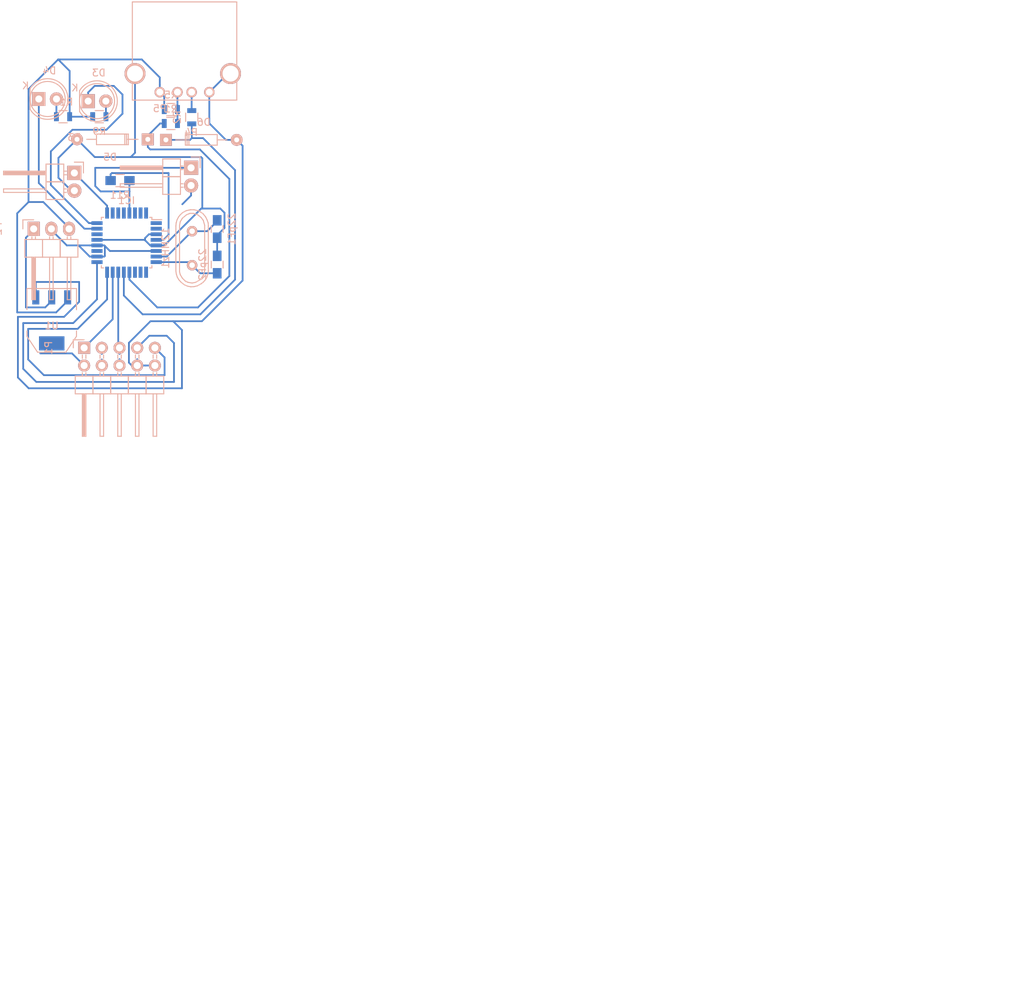
<source format=kicad_pcb>
(kicad_pcb (version 4) (host pcbnew no-vcs-found-product)

  (general
    (links 49)
    (no_connects 5)
    (area -5.624003 -8.329555 145.100001 136.100001)
    (thickness 1.6)
    (drawings 9)
    (tracks 200)
    (zones 0)
    (modules 20)
    (nets 36)
  )

  (page A4)
  (layers
    (0 F.Cu signal)
    (31 B.Cu signal)
    (32 B.Adhes user)
    (33 F.Adhes user)
    (34 B.Paste user hide)
    (35 F.Paste user)
    (36 B.SilkS user hide)
    (37 F.SilkS user)
    (38 B.Mask user)
    (39 F.Mask user)
    (40 Dwgs.User user)
    (41 Cmts.User user)
    (42 Eco1.User user)
    (43 Eco2.User user)
    (44 Edge.Cuts user)
    (45 Margin user)
    (46 B.CrtYd user)
    (47 F.CrtYd user)
    (48 B.Fab user)
    (49 F.Fab user)
  )

  (setup
    (last_trace_width 0.35)
    (trace_clearance 0.2)
    (zone_clearance 0.508)
    (zone_45_only no)
    (trace_min 0.35)
    (segment_width 0.2)
    (edge_width 0.1)
    (via_size 0.6)
    (via_drill 0.4)
    (via_min_size 0.4)
    (via_min_drill 0.3)
    (uvia_size 0.3)
    (uvia_drill 0.1)
    (uvias_allowed no)
    (uvia_min_size 0.2)
    (uvia_min_drill 0.1)
    (pcb_text_width 0.3)
    (pcb_text_size 1.5 1.5)
    (mod_edge_width 0.15)
    (mod_text_size 1 1)
    (mod_text_width 0.15)
    (pad_size 3.6576 2.032)
    (pad_drill 0)
    (pad_to_mask_clearance 0)
    (aux_axis_origin 0 0)
    (visible_elements 7FFFFFFF)
    (pcbplotparams
      (layerselection 0x00030_80000001)
      (usegerberextensions false)
      (excludeedgelayer true)
      (linewidth 0.100000)
      (plotframeref false)
      (viasonmask false)
      (mode 1)
      (useauxorigin false)
      (hpglpennumber 1)
      (hpglpenspeed 20)
      (hpglpendiameter 15)
      (hpglpenoverlay 2)
      (psnegative false)
      (psa4output false)
      (plotreference true)
      (plotvalue true)
      (plotinvisibletext false)
      (padsonsilk false)
      (subtractmaskfromsilk false)
      (outputformat 1)
      (mirror false)
      (drillshape 1)
      (scaleselection 1)
      (outputdirectory ""))
  )

  (net 0 "")
  (net 1 XTAL1)
  (net 2 XTAL2)
  (net 3 GND)
  (net 4 LED1)
  (net 5 "Net-(D3-Pad2)")
  (net 6 LED2)
  (net 7 "Net-(D4-Pad2)")
  (net 8 USB_D-)
  (net 9 USB_D+)
  (net 10 MOSI)
  (net 11 VCC)
  (net 12 RST_SS)
  (net 13 SCK)
  (net 14 MISO)
  (net 15 "Net-(P2-Pad1)")
  (net 16 +5V)
  (net 17 SlowCLK)
  (net 18 Reset)
  (net 19 "Net-(P5-Pad3)")
  (net 20 "Net-(P5-Pad2)")
  (net 21 "Net-(IC1-Pad31)")
  (net 22 "Net-(IC1-Pad1)")
  (net 23 "Net-(IC1-Pad2)")
  (net 24 "Net-(IC1-Pad9)")
  (net 25 "Net-(IC1-Pad10)")
  (net 26 "Net-(IC1-Pad11)")
  (net 27 "Net-(IC1-Pad19)")
  (net 28 "Net-(IC1-Pad22)")
  (net 29 "Net-(IC1-Pad26)")
  (net 30 "Net-(IC1-Pad27)")
  (net 31 "Net-(IC1-Pad28)")
  (net 32 "Net-(IC1-Pad32)")
  (net 33 "Net-(IC1-Pad30)")
  (net 34 "Net-(P1-Pad4)")
  (net 35 "Net-(P1-Pad6)")

  (net_class Default "This is the default net class."
    (clearance 0.2)
    (trace_width 0.35)
    (via_dia 0.6)
    (via_drill 0.4)
    (uvia_dia 0.3)
    (uvia_drill 0.1)
    (add_net +5V)
    (add_net GND)
    (add_net LED1)
    (add_net LED2)
    (add_net MISO)
    (add_net MOSI)
    (add_net "Net-(D3-Pad2)")
    (add_net "Net-(D4-Pad2)")
    (add_net "Net-(IC1-Pad1)")
    (add_net "Net-(IC1-Pad10)")
    (add_net "Net-(IC1-Pad11)")
    (add_net "Net-(IC1-Pad19)")
    (add_net "Net-(IC1-Pad2)")
    (add_net "Net-(IC1-Pad22)")
    (add_net "Net-(IC1-Pad26)")
    (add_net "Net-(IC1-Pad27)")
    (add_net "Net-(IC1-Pad28)")
    (add_net "Net-(IC1-Pad30)")
    (add_net "Net-(IC1-Pad31)")
    (add_net "Net-(IC1-Pad32)")
    (add_net "Net-(IC1-Pad9)")
    (add_net "Net-(P1-Pad4)")
    (add_net "Net-(P1-Pad6)")
    (add_net "Net-(P2-Pad1)")
    (add_net "Net-(P5-Pad2)")
    (add_net "Net-(P5-Pad3)")
    (add_net RST_SS)
    (add_net Reset)
    (add_net SCK)
    (add_net SlowCLK)
    (add_net USB_D+)
    (add_net USB_D-)
    (add_net VCC)
    (add_net XTAL1)
    (add_net XTAL2)
  )

  (module LEDs:LED-5MM (layer B.Cu) (tedit 5570F7EA) (tstamp 55C150D3)
    (at 3.659027 6.180766)
    (descr "LED 5mm round vertical")
    (tags "LED 5mm round vertical")
    (path /55BF4AD5)
    (fp_text reference D4 (at 1.524 -4.064) (layer B.SilkS)
      (effects (font (size 1 1) (thickness 0.15)) (justify mirror))
    )
    (fp_text value LED_RED (at 1.524 3.937) (layer B.Fab)
      (effects (font (size 1 1) (thickness 0.15)) (justify mirror))
    )
    (fp_line (start -1.5 1.55) (end -1.5 -1.55) (layer B.CrtYd) (width 0.05))
    (fp_arc (start 1.3 0) (end -1.5 -1.55) (angle 302) (layer B.CrtYd) (width 0.05))
    (fp_arc (start 1.27 0) (end -1.23 1.5) (angle -297.5) (layer B.SilkS) (width 0.15))
    (fp_line (start -1.23 -1.5) (end -1.23 1.5) (layer B.SilkS) (width 0.15))
    (fp_circle (center 1.27 0) (end 0.97 2.5) (layer B.SilkS) (width 0.15))
    (fp_text user K (at -1.905 -1.905) (layer B.SilkS)
      (effects (font (size 1 1) (thickness 0.15)) (justify mirror))
    )
    (pad 1 thru_hole rect (at 0 0 270) (size 2 1.9) (drill 1.00076) (layers *.Cu *.Mask B.SilkS)
      (net 6 LED2))
    (pad 2 thru_hole circle (at 2.54 0) (size 1.9 1.9) (drill 1.00076) (layers *.Cu *.Mask B.SilkS)
      (net 7 "Net-(D4-Pad2)"))
    (model LEDs.3dshapes/LED-5MM.wrl
      (at (xyz 0.05 0 0))
      (scale (xyz 1 1 1))
      (rotate (xyz 0 0 90))
    )
  )

  (module Resistors_SMD:R_0805 (layer B.Cu) (tedit 5415CDEB) (tstamp 55C151DE)
    (at 25.615227 8.797566 270)
    (descr "Resistor SMD 0805, reflow soldering, Vishay (see dcrcw.pdf)")
    (tags "resistor 0805")
    (path /55BF28BD)
    (attr smd)
    (fp_text reference R2 (at 0 2.1 270) (layer B.SilkS)
      (effects (font (size 1 1) (thickness 0.15)) (justify mirror))
    )
    (fp_text value 68 (at 0 -2.1 270) (layer B.Fab)
      (effects (font (size 1 1) (thickness 0.15)) (justify mirror))
    )
    (fp_line (start -1.6 1) (end 1.6 1) (layer B.CrtYd) (width 0.05))
    (fp_line (start -1.6 -1) (end 1.6 -1) (layer B.CrtYd) (width 0.05))
    (fp_line (start -1.6 1) (end -1.6 -1) (layer B.CrtYd) (width 0.05))
    (fp_line (start 1.6 1) (end 1.6 -1) (layer B.CrtYd) (width 0.05))
    (fp_line (start 0.6 -0.875) (end -0.6 -0.875) (layer B.SilkS) (width 0.15))
    (fp_line (start -0.6 0.875) (end 0.6 0.875) (layer B.SilkS) (width 0.15))
    (pad 1 smd rect (at -0.95 0 270) (size 0.7 1.3) (layers B.Cu B.Paste B.Mask)
      (net 19 "Net-(P5-Pad3)"))
    (pad 2 smd rect (at 0.95 0 270) (size 0.7 1.3) (layers B.Cu B.Paste B.Mask)
      (net 9 USB_D+))
    (model Resistors_SMD.3dshapes/R_0805.wrl
      (at (xyz 0 0 0))
      (scale (xyz 1 1 1))
      (rotate (xyz 0 0 0))
    )
  )

  (module Pin_Headers:Pin_Header_Angled_2x05 (layer B.Cu) (tedit 0) (tstamp 55C15141)
    (at 10.165227 41.897566 270)
    (descr "Through hole pin header")
    (tags "pin header")
    (path /55BF1D85)
    (fp_text reference P1 (at 0 5.1 270) (layer B.SilkS)
      (effects (font (size 1 1) (thickness 0.15)) (justify mirror))
    )
    (fp_text value ISP (at 0 3.1 270) (layer B.Fab)
      (effects (font (size 1 1) (thickness 0.15)) (justify mirror))
    )
    (fp_line (start -1.35 1.75) (end -1.35 -11.95) (layer B.CrtYd) (width 0.05))
    (fp_line (start 13.2 1.75) (end 13.2 -11.95) (layer B.CrtYd) (width 0.05))
    (fp_line (start -1.35 1.75) (end 13.2 1.75) (layer B.CrtYd) (width 0.05))
    (fp_line (start -1.35 -11.95) (end 13.2 -11.95) (layer B.CrtYd) (width 0.05))
    (fp_line (start 1.524 -10.414) (end 1.016 -10.414) (layer B.SilkS) (width 0.15))
    (fp_line (start 1.524 -9.906) (end 1.016 -9.906) (layer B.SilkS) (width 0.15))
    (fp_line (start 1.524 -7.874) (end 1.016 -7.874) (layer B.SilkS) (width 0.15))
    (fp_line (start 1.524 -7.366) (end 1.016 -7.366) (layer B.SilkS) (width 0.15))
    (fp_line (start 1.524 0.254) (end 1.016 0.254) (layer B.SilkS) (width 0.15))
    (fp_line (start 1.524 -0.254) (end 1.016 -0.254) (layer B.SilkS) (width 0.15))
    (fp_line (start 1.524 -5.334) (end 1.016 -5.334) (layer B.SilkS) (width 0.15))
    (fp_line (start 1.524 -4.826) (end 1.016 -4.826) (layer B.SilkS) (width 0.15))
    (fp_line (start 1.524 -2.794) (end 1.016 -2.794) (layer B.SilkS) (width 0.15))
    (fp_line (start 1.524 -2.286) (end 1.016 -2.286) (layer B.SilkS) (width 0.15))
    (fp_line (start 4.064 -10.414) (end 3.556 -10.414) (layer B.SilkS) (width 0.15))
    (fp_line (start 4.064 -9.906) (end 3.556 -9.906) (layer B.SilkS) (width 0.15))
    (fp_line (start 4.064 0.254) (end 3.556 0.254) (layer B.SilkS) (width 0.15))
    (fp_line (start 4.064 -0.254) (end 3.556 -0.254) (layer B.SilkS) (width 0.15))
    (fp_line (start 4.064 -2.286) (end 3.556 -2.286) (layer B.SilkS) (width 0.15))
    (fp_line (start 4.064 -2.794) (end 3.556 -2.794) (layer B.SilkS) (width 0.15))
    (fp_line (start 4.064 -7.874) (end 3.556 -7.874) (layer B.SilkS) (width 0.15))
    (fp_line (start 4.064 -7.366) (end 3.556 -7.366) (layer B.SilkS) (width 0.15))
    (fp_line (start 4.064 -5.334) (end 3.556 -5.334) (layer B.SilkS) (width 0.15))
    (fp_line (start 4.064 -4.826) (end 3.556 -4.826) (layer B.SilkS) (width 0.15))
    (fp_line (start 0 1.55) (end -1.15 1.55) (layer B.SilkS) (width 0.15))
    (fp_line (start -1.15 1.55) (end -1.15 0) (layer B.SilkS) (width 0.15))
    (fp_line (start 6.604 0.127) (end 12.573 0.127) (layer B.SilkS) (width 0.15))
    (fp_line (start 12.573 0.127) (end 12.573 -0.127) (layer B.SilkS) (width 0.15))
    (fp_line (start 12.573 -0.127) (end 6.731 -0.127) (layer B.SilkS) (width 0.15))
    (fp_line (start 6.731 -0.127) (end 6.731 0) (layer B.SilkS) (width 0.15))
    (fp_line (start 6.731 0) (end 12.573 0) (layer B.SilkS) (width 0.15))
    (fp_line (start 4.064 -8.89) (end 6.604 -8.89) (layer B.SilkS) (width 0.15))
    (fp_line (start 4.064 -8.89) (end 4.064 -11.43) (layer B.SilkS) (width 0.15))
    (fp_line (start 6.604 -9.906) (end 12.7 -9.906) (layer B.SilkS) (width 0.15))
    (fp_line (start 12.7 -9.906) (end 12.7 -10.414) (layer B.SilkS) (width 0.15))
    (fp_line (start 12.7 -10.414) (end 6.604 -10.414) (layer B.SilkS) (width 0.15))
    (fp_line (start 6.604 -11.43) (end 6.604 -8.89) (layer B.SilkS) (width 0.15))
    (fp_line (start 4.064 -11.43) (end 6.604 -11.43) (layer B.SilkS) (width 0.15))
    (fp_line (start 4.064 -3.81) (end 6.604 -3.81) (layer B.SilkS) (width 0.15))
    (fp_line (start 4.064 -3.81) (end 4.064 -6.35) (layer B.SilkS) (width 0.15))
    (fp_line (start 4.064 -6.35) (end 6.604 -6.35) (layer B.SilkS) (width 0.15))
    (fp_line (start 6.604 -4.826) (end 12.7 -4.826) (layer B.SilkS) (width 0.15))
    (fp_line (start 12.7 -4.826) (end 12.7 -5.334) (layer B.SilkS) (width 0.15))
    (fp_line (start 12.7 -5.334) (end 6.604 -5.334) (layer B.SilkS) (width 0.15))
    (fp_line (start 6.604 -6.35) (end 6.604 -3.81) (layer B.SilkS) (width 0.15))
    (fp_line (start 6.604 -8.89) (end 6.604 -6.35) (layer B.SilkS) (width 0.15))
    (fp_line (start 12.7 -7.874) (end 6.604 -7.874) (layer B.SilkS) (width 0.15))
    (fp_line (start 12.7 -7.366) (end 12.7 -7.874) (layer B.SilkS) (width 0.15))
    (fp_line (start 6.604 -7.366) (end 12.7 -7.366) (layer B.SilkS) (width 0.15))
    (fp_line (start 4.064 -8.89) (end 6.604 -8.89) (layer B.SilkS) (width 0.15))
    (fp_line (start 4.064 -6.35) (end 4.064 -8.89) (layer B.SilkS) (width 0.15))
    (fp_line (start 4.064 -6.35) (end 6.604 -6.35) (layer B.SilkS) (width 0.15))
    (fp_line (start 4.064 -1.27) (end 6.604 -1.27) (layer B.SilkS) (width 0.15))
    (fp_line (start 4.064 -1.27) (end 4.064 -3.81) (layer B.SilkS) (width 0.15))
    (fp_line (start 4.064 -3.81) (end 6.604 -3.81) (layer B.SilkS) (width 0.15))
    (fp_line (start 6.604 -2.286) (end 12.7 -2.286) (layer B.SilkS) (width 0.15))
    (fp_line (start 12.7 -2.286) (end 12.7 -2.794) (layer B.SilkS) (width 0.15))
    (fp_line (start 12.7 -2.794) (end 6.604 -2.794) (layer B.SilkS) (width 0.15))
    (fp_line (start 6.604 -3.81) (end 6.604 -1.27) (layer B.SilkS) (width 0.15))
    (fp_line (start 6.604 -1.27) (end 6.604 1.27) (layer B.SilkS) (width 0.15))
    (fp_line (start 12.7 -0.254) (end 6.604 -0.254) (layer B.SilkS) (width 0.15))
    (fp_line (start 12.7 0.254) (end 12.7 -0.254) (layer B.SilkS) (width 0.15))
    (fp_line (start 6.604 0.254) (end 12.7 0.254) (layer B.SilkS) (width 0.15))
    (fp_line (start 4.064 -1.27) (end 6.604 -1.27) (layer B.SilkS) (width 0.15))
    (fp_line (start 4.064 1.27) (end 4.064 -1.27) (layer B.SilkS) (width 0.15))
    (fp_line (start 4.064 1.27) (end 6.604 1.27) (layer B.SilkS) (width 0.15))
    (pad 1 thru_hole rect (at 0 0 270) (size 1.7272 1.7272) (drill 1.016) (layers *.Cu *.Mask B.SilkS)
      (net 10 MOSI))
    (pad 2 thru_hole oval (at 2.54 0 270) (size 1.7272 1.7272) (drill 1.016) (layers *.Cu *.Mask B.SilkS)
      (net 11 VCC))
    (pad 3 thru_hole oval (at 0 -2.54 270) (size 1.7272 1.7272) (drill 1.016) (layers *.Cu *.Mask B.SilkS)
      (net 3 GND))
    (pad 4 thru_hole oval (at 2.54 -2.54 270) (size 1.7272 1.7272) (drill 1.016) (layers *.Cu *.Mask B.SilkS)
      (net 34 "Net-(P1-Pad4)"))
    (pad 5 thru_hole oval (at 0 -5.08 270) (size 1.7272 1.7272) (drill 1.016) (layers *.Cu *.Mask B.SilkS)
      (net 12 RST_SS))
    (pad 6 thru_hole oval (at 2.54 -5.08 270) (size 1.7272 1.7272) (drill 1.016) (layers *.Cu *.Mask B.SilkS)
      (net 35 "Net-(P1-Pad6)"))
    (pad 7 thru_hole oval (at 0 -7.62 270) (size 1.7272 1.7272) (drill 1.016) (layers *.Cu *.Mask B.SilkS)
      (net 13 SCK))
    (pad 8 thru_hole oval (at 2.54 -7.62 270) (size 1.7272 1.7272) (drill 1.016) (layers *.Cu *.Mask B.SilkS)
      (net 3 GND))
    (pad 9 thru_hole oval (at 0 -10.16 270) (size 1.7272 1.7272) (drill 1.016) (layers *.Cu *.Mask B.SilkS)
      (net 14 MISO))
    (pad 10 thru_hole oval (at 2.54 -10.16 270) (size 1.7272 1.7272) (drill 1.016) (layers *.Cu *.Mask B.SilkS)
      (net 3 GND))
    (model Pin_Headers.3dshapes/Pin_Header_Angled_2x05.wrl
      (at (xyz 0.05 -0.2 0))
      (scale (xyz 1 1 1))
      (rotate (xyz 0 0 90))
    )
  )

  (module Resistors_SMD:R_0805 (layer B.Cu) (tedit 5415CDEB) (tstamp 55C15202)
    (at 12.345827 8.720766)
    (descr "Resistor SMD 0805, reflow soldering, Vishay (see dcrcw.pdf)")
    (tags "resistor 0805")
    (path /55BF4D38)
    (attr smd)
    (fp_text reference R9 (at 0 2.1) (layer B.SilkS)
      (effects (font (size 1 1) (thickness 0.15)) (justify mirror))
    )
    (fp_text value 1K (at 0 -2.1) (layer B.Fab)
      (effects (font (size 1 1) (thickness 0.15)) (justify mirror))
    )
    (fp_line (start -1.6 1) (end 1.6 1) (layer B.CrtYd) (width 0.05))
    (fp_line (start -1.6 -1) (end 1.6 -1) (layer B.CrtYd) (width 0.05))
    (fp_line (start -1.6 1) (end -1.6 -1) (layer B.CrtYd) (width 0.05))
    (fp_line (start 1.6 1) (end 1.6 -1) (layer B.CrtYd) (width 0.05))
    (fp_line (start 0.6 -0.875) (end -0.6 -0.875) (layer B.SilkS) (width 0.15))
    (fp_line (start -0.6 0.875) (end 0.6 0.875) (layer B.SilkS) (width 0.15))
    (pad 1 smd rect (at -0.95 0) (size 0.7 1.3) (layers B.Cu B.Paste B.Mask)
      (net 16 +5V))
    (pad 2 smd rect (at 0.95 0) (size 0.7 1.3) (layers B.Cu B.Paste B.Mask)
      (net 5 "Net-(D3-Pad2)"))
    (model Resistors_SMD.3dshapes/R_0805.wrl
      (at (xyz 0 0 0))
      (scale (xyz 1 1 1))
      (rotate (xyz 0 0 0))
    )
  )

  (module Crystals:Crystal_HC49-U_Vertical (layer B.Cu) (tedit 0) (tstamp 55C150A3)
    (at 25.665227 27.597566 270)
    (descr "Crystal, Quarz, HC49/U, vertical, stehend,")
    (tags "Crystal, Quarz, HC49/U, vertical, stehend,")
    (path /55BF186C)
    (fp_text reference 12MHz1 (at 0 3.81 270) (layer B.SilkS)
      (effects (font (size 1 1) (thickness 0.15)) (justify mirror))
    )
    (fp_text value Crystal (at 0 -3.81 270) (layer B.Fab)
      (effects (font (size 1 1) (thickness 0.15)) (justify mirror))
    )
    (fp_line (start 4.699 1.00076) (end 4.89966 0.59944) (layer B.SilkS) (width 0.15))
    (fp_line (start 4.89966 0.59944) (end 5.00126 0) (layer B.SilkS) (width 0.15))
    (fp_line (start 5.00126 0) (end 4.89966 -0.50038) (layer B.SilkS) (width 0.15))
    (fp_line (start 4.89966 -0.50038) (end 4.50088 -1.19888) (layer B.SilkS) (width 0.15))
    (fp_line (start 4.50088 -1.19888) (end 3.8989 -1.6002) (layer B.SilkS) (width 0.15))
    (fp_line (start 3.8989 -1.6002) (end 3.29946 -1.80086) (layer B.SilkS) (width 0.15))
    (fp_line (start 3.29946 -1.80086) (end -3.29946 -1.80086) (layer B.SilkS) (width 0.15))
    (fp_line (start -3.29946 -1.80086) (end -4.0005 -1.6002) (layer B.SilkS) (width 0.15))
    (fp_line (start -4.0005 -1.6002) (end -4.39928 -1.30048) (layer B.SilkS) (width 0.15))
    (fp_line (start -4.39928 -1.30048) (end -4.8006 -0.8001) (layer B.SilkS) (width 0.15))
    (fp_line (start -4.8006 -0.8001) (end -5.00126 -0.20066) (layer B.SilkS) (width 0.15))
    (fp_line (start -5.00126 -0.20066) (end -5.00126 0.29972) (layer B.SilkS) (width 0.15))
    (fp_line (start -5.00126 0.29972) (end -4.8006 0.8001) (layer B.SilkS) (width 0.15))
    (fp_line (start -4.8006 0.8001) (end -4.30022 1.39954) (layer B.SilkS) (width 0.15))
    (fp_line (start -4.30022 1.39954) (end -3.79984 1.69926) (layer B.SilkS) (width 0.15))
    (fp_line (start -3.79984 1.69926) (end -3.29946 1.80086) (layer B.SilkS) (width 0.15))
    (fp_line (start -3.2004 1.80086) (end 3.40106 1.80086) (layer B.SilkS) (width 0.15))
    (fp_line (start 3.40106 1.80086) (end 3.79984 1.69926) (layer B.SilkS) (width 0.15))
    (fp_line (start 3.79984 1.69926) (end 4.30022 1.39954) (layer B.SilkS) (width 0.15))
    (fp_line (start 4.30022 1.39954) (end 4.8006 0.89916) (layer B.SilkS) (width 0.15))
    (fp_line (start -3.19024 2.32918) (end -3.64998 2.28092) (layer B.SilkS) (width 0.15))
    (fp_line (start -3.64998 2.28092) (end -4.04876 2.16916) (layer B.SilkS) (width 0.15))
    (fp_line (start -4.04876 2.16916) (end -4.48056 1.95072) (layer B.SilkS) (width 0.15))
    (fp_line (start -4.48056 1.95072) (end -4.77012 1.71958) (layer B.SilkS) (width 0.15))
    (fp_line (start -4.77012 1.71958) (end -5.10032 1.36906) (layer B.SilkS) (width 0.15))
    (fp_line (start -5.10032 1.36906) (end -5.38988 0.83058) (layer B.SilkS) (width 0.15))
    (fp_line (start -5.38988 0.83058) (end -5.51942 0.23114) (layer B.SilkS) (width 0.15))
    (fp_line (start -5.51942 0.23114) (end -5.51942 -0.2794) (layer B.SilkS) (width 0.15))
    (fp_line (start -5.51942 -0.2794) (end -5.34924 -0.98044) (layer B.SilkS) (width 0.15))
    (fp_line (start -5.34924 -0.98044) (end -4.95046 -1.56972) (layer B.SilkS) (width 0.15))
    (fp_line (start -4.95046 -1.56972) (end -4.49072 -1.94056) (layer B.SilkS) (width 0.15))
    (fp_line (start -4.49072 -1.94056) (end -4.06908 -2.14884) (layer B.SilkS) (width 0.15))
    (fp_line (start -4.06908 -2.14884) (end -3.6195 -2.30886) (layer B.SilkS) (width 0.15))
    (fp_line (start -3.6195 -2.30886) (end -3.18008 -2.33934) (layer B.SilkS) (width 0.15))
    (fp_line (start 4.16052 -2.1209) (end 4.53898 -1.89992) (layer B.SilkS) (width 0.15))
    (fp_line (start 4.53898 -1.89992) (end 4.85902 -1.62052) (layer B.SilkS) (width 0.15))
    (fp_line (start 4.85902 -1.62052) (end 5.11048 -1.29032) (layer B.SilkS) (width 0.15))
    (fp_line (start 5.11048 -1.29032) (end 5.4102 -0.73914) (layer B.SilkS) (width 0.15))
    (fp_line (start 5.4102 -0.73914) (end 5.51942 -0.26924) (layer B.SilkS) (width 0.15))
    (fp_line (start 5.51942 -0.26924) (end 5.53974 0.1905) (layer B.SilkS) (width 0.15))
    (fp_line (start 5.53974 0.1905) (end 5.45084 0.65024) (layer B.SilkS) (width 0.15))
    (fp_line (start 5.45084 0.65024) (end 5.26034 1.09982) (layer B.SilkS) (width 0.15))
    (fp_line (start 5.26034 1.09982) (end 4.89966 1.56972) (layer B.SilkS) (width 0.15))
    (fp_line (start 4.89966 1.56972) (end 4.54914 1.88976) (layer B.SilkS) (width 0.15))
    (fp_line (start 4.54914 1.88976) (end 4.16052 2.1209) (layer B.SilkS) (width 0.15))
    (fp_line (start 4.16052 2.1209) (end 3.73126 2.2606) (layer B.SilkS) (width 0.15))
    (fp_line (start 3.73126 2.2606) (end 3.2893 2.32918) (layer B.SilkS) (width 0.15))
    (fp_line (start -3.2004 -2.32918) (end 3.2512 -2.32918) (layer B.SilkS) (width 0.15))
    (fp_line (start 3.2512 -2.32918) (end 3.6703 -2.29108) (layer B.SilkS) (width 0.15))
    (fp_line (start 3.6703 -2.29108) (end 4.16052 -2.1209) (layer B.SilkS) (width 0.15))
    (fp_line (start -3.2004 2.32918) (end 3.2512 2.32918) (layer B.SilkS) (width 0.15))
    (pad 1 thru_hole circle (at -2.44094 0 270) (size 1.50114 1.50114) (drill 0.8001) (layers *.Cu *.Mask B.SilkS)
      (net 1 XTAL1))
    (pad 2 thru_hole circle (at 2.44094 0 270) (size 1.50114 1.50114) (drill 0.8001) (layers *.Cu *.Mask B.SilkS)
      (net 2 XTAL2))
  )

  (module Capacitors_SMD:C_0805_HandSoldering (layer B.Cu) (tedit 541A9B8D) (tstamp 55C150AF)
    (at 29.265227 24.847566 90)
    (descr "Capacitor SMD 0805, hand soldering")
    (tags "capacitor 0805")
    (path /55BF1990)
    (attr smd)
    (fp_text reference 22pF1 (at 0 2.1 90) (layer B.SilkS)
      (effects (font (size 1 1) (thickness 0.15)) (justify mirror))
    )
    (fp_text value C1 (at 0 -2.1 90) (layer B.Fab)
      (effects (font (size 1 1) (thickness 0.15)) (justify mirror))
    )
    (fp_line (start -2.3 1) (end 2.3 1) (layer B.CrtYd) (width 0.05))
    (fp_line (start -2.3 -1) (end 2.3 -1) (layer B.CrtYd) (width 0.05))
    (fp_line (start -2.3 1) (end -2.3 -1) (layer B.CrtYd) (width 0.05))
    (fp_line (start 2.3 1) (end 2.3 -1) (layer B.CrtYd) (width 0.05))
    (fp_line (start 0.5 0.85) (end -0.5 0.85) (layer B.SilkS) (width 0.15))
    (fp_line (start -0.5 -0.85) (end 0.5 -0.85) (layer B.SilkS) (width 0.15))
    (pad 1 smd rect (at -1.25 0 90) (size 1.5 1.25) (layers B.Cu B.Paste B.Mask)
      (net 3 GND))
    (pad 2 smd rect (at 1.25 0 90) (size 1.5 1.25) (layers B.Cu B.Paste B.Mask)
      (net 1 XTAL1))
    (model Capacitors_SMD.3dshapes/C_0805_HandSoldering.wrl
      (at (xyz 0 0 0))
      (scale (xyz 1 1 1))
      (rotate (xyz 0 0 0))
    )
  )

  (module Capacitors_SMD:C_0805_HandSoldering (layer B.Cu) (tedit 541A9B8D) (tstamp 55C150BB)
    (at 29.265227 29.947566 270)
    (descr "Capacitor SMD 0805, hand soldering")
    (tags "capacitor 0805")
    (path /55BF19B7)
    (attr smd)
    (fp_text reference 22pF2 (at 0 2.1 270) (layer B.SilkS)
      (effects (font (size 1 1) (thickness 0.15)) (justify mirror))
    )
    (fp_text value C2 (at 0 -2.1 270) (layer B.Fab)
      (effects (font (size 1 1) (thickness 0.15)) (justify mirror))
    )
    (fp_line (start -2.3 1) (end 2.3 1) (layer B.CrtYd) (width 0.05))
    (fp_line (start -2.3 -1) (end 2.3 -1) (layer B.CrtYd) (width 0.05))
    (fp_line (start -2.3 1) (end -2.3 -1) (layer B.CrtYd) (width 0.05))
    (fp_line (start 2.3 1) (end 2.3 -1) (layer B.CrtYd) (width 0.05))
    (fp_line (start 0.5 0.85) (end -0.5 0.85) (layer B.SilkS) (width 0.15))
    (fp_line (start -0.5 -0.85) (end 0.5 -0.85) (layer B.SilkS) (width 0.15))
    (pad 1 smd rect (at -1.25 0 270) (size 1.5 1.25) (layers B.Cu B.Paste B.Mask)
      (net 3 GND))
    (pad 2 smd rect (at 1.25 0 270) (size 1.5 1.25) (layers B.Cu B.Paste B.Mask)
      (net 2 XTAL2))
    (model Capacitors_SMD.3dshapes/C_0805_HandSoldering.wrl
      (at (xyz 0 0 0))
      (scale (xyz 1 1 1))
      (rotate (xyz 0 0 0))
    )
  )

  (module LEDs:LED-5MM (layer B.Cu) (tedit 5570F7EA) (tstamp 55C150C7)
    (at 10.745627 6.485566)
    (descr "LED 5mm round vertical")
    (tags "LED 5mm round vertical")
    (path /55BF4A9C)
    (fp_text reference D3 (at 1.524 -4.064) (layer B.SilkS)
      (effects (font (size 1 1) (thickness 0.15)) (justify mirror))
    )
    (fp_text value LED_GREEN (at 1.524 3.937) (layer B.Fab)
      (effects (font (size 1 1) (thickness 0.15)) (justify mirror))
    )
    (fp_line (start -1.5 1.55) (end -1.5 -1.55) (layer B.CrtYd) (width 0.05))
    (fp_arc (start 1.3 0) (end -1.5 -1.55) (angle 302) (layer B.CrtYd) (width 0.05))
    (fp_arc (start 1.27 0) (end -1.23 1.5) (angle -297.5) (layer B.SilkS) (width 0.15))
    (fp_line (start -1.23 -1.5) (end -1.23 1.5) (layer B.SilkS) (width 0.15))
    (fp_circle (center 1.27 0) (end 0.97 2.5) (layer B.SilkS) (width 0.15))
    (fp_text user K (at -1.905 -1.905) (layer B.SilkS)
      (effects (font (size 1 1) (thickness 0.15)) (justify mirror))
    )
    (pad 1 thru_hole rect (at 0 0 270) (size 2 1.9) (drill 1.00076) (layers *.Cu *.Mask B.SilkS)
      (net 4 LED1))
    (pad 2 thru_hole circle (at 2.54 0) (size 1.9 1.9) (drill 1.00076) (layers *.Cu *.Mask B.SilkS)
      (net 5 "Net-(D3-Pad2)"))
    (model LEDs.3dshapes/LED-5MM.wrl
      (at (xyz 0.05 0 0))
      (scale (xyz 1 1 1))
      (rotate (xyz 0 0 90))
    )
  )

  (module Diodes_ThroughHole:Diode_DO-35_SOD27_Horizontal_RM10 (layer B.Cu) (tedit 552FFC30) (tstamp 55C150E2)
    (at 19.305947 11.974506 180)
    (descr "Diode, DO-35,  SOD27, Horizontal, RM 10mm")
    (tags "Diode, DO-35, SOD27, Horizontal, RM 10mm, 1N4148,")
    (path /55BF2D5F)
    (fp_text reference D5 (at 5.43052 -2.53746 180) (layer B.SilkS)
      (effects (font (size 1 1) (thickness 0.15)) (justify mirror))
    )
    (fp_text value ZENERsmall (at 4.41452 3.55854 180) (layer B.Fab)
      (effects (font (size 1 1) (thickness 0.15)) (justify mirror))
    )
    (fp_line (start 7.36652 0.00254) (end 8.76352 0.00254) (layer B.SilkS) (width 0.15))
    (fp_line (start 2.92152 0.00254) (end 1.39752 0.00254) (layer B.SilkS) (width 0.15))
    (fp_line (start 3.30252 0.76454) (end 3.30252 -0.75946) (layer B.SilkS) (width 0.15))
    (fp_line (start 3.04852 0.76454) (end 3.04852 -0.75946) (layer B.SilkS) (width 0.15))
    (fp_line (start 2.79452 0.00254) (end 2.79452 -0.75946) (layer B.SilkS) (width 0.15))
    (fp_line (start 2.79452 -0.75946) (end 7.36652 -0.75946) (layer B.SilkS) (width 0.15))
    (fp_line (start 7.36652 -0.75946) (end 7.36652 0.76454) (layer B.SilkS) (width 0.15))
    (fp_line (start 7.36652 0.76454) (end 2.79452 0.76454) (layer B.SilkS) (width 0.15))
    (fp_line (start 2.79452 0.76454) (end 2.79452 0.00254) (layer B.SilkS) (width 0.15))
    (pad 2 thru_hole circle (at 10.16052 0.00254) (size 1.69926 1.69926) (drill 0.70104) (layers *.Cu *.Mask B.SilkS)
      (net 3 GND))
    (pad 1 thru_hole rect (at 0.00052 0.00254) (size 1.69926 1.69926) (drill 0.70104) (layers *.Cu *.Mask B.SilkS)
      (net 8 USB_D-))
    (model Diodes_ThroughHole.3dshapes/Diode_DO-35_SOD27_Horizontal_RM10.wrl
      (at (xyz 0.2 0 0))
      (scale (xyz 0.4 0.4 0.4))
      (rotate (xyz 0 0 180))
    )
  )

  (module Diodes_ThroughHole:Diode_DO-35_SOD27_Horizontal_RM10 (layer B.Cu) (tedit 552FFC30) (tstamp 55C150F1)
    (at 21.904707 12.045026)
    (descr "Diode, DO-35,  SOD27, Horizontal, RM 10mm")
    (tags "Diode, DO-35, SOD27, Horizontal, RM 10mm, 1N4148,")
    (path /55BF2D28)
    (fp_text reference D6 (at 5.43052 -2.53746) (layer B.SilkS)
      (effects (font (size 1 1) (thickness 0.15)) (justify mirror))
    )
    (fp_text value ZENERsmall (at 4.41452 3.55854) (layer B.Fab)
      (effects (font (size 1 1) (thickness 0.15)) (justify mirror))
    )
    (fp_line (start 7.36652 0.00254) (end 8.76352 0.00254) (layer B.SilkS) (width 0.15))
    (fp_line (start 2.92152 0.00254) (end 1.39752 0.00254) (layer B.SilkS) (width 0.15))
    (fp_line (start 3.30252 0.76454) (end 3.30252 -0.75946) (layer B.SilkS) (width 0.15))
    (fp_line (start 3.04852 0.76454) (end 3.04852 -0.75946) (layer B.SilkS) (width 0.15))
    (fp_line (start 2.79452 0.00254) (end 2.79452 -0.75946) (layer B.SilkS) (width 0.15))
    (fp_line (start 2.79452 -0.75946) (end 7.36652 -0.75946) (layer B.SilkS) (width 0.15))
    (fp_line (start 7.36652 -0.75946) (end 7.36652 0.76454) (layer B.SilkS) (width 0.15))
    (fp_line (start 7.36652 0.76454) (end 2.79452 0.76454) (layer B.SilkS) (width 0.15))
    (fp_line (start 2.79452 0.76454) (end 2.79452 0.00254) (layer B.SilkS) (width 0.15))
    (pad 2 thru_hole circle (at 10.16052 0.00254 180) (size 1.69926 1.69926) (drill 0.70104) (layers *.Cu *.Mask B.SilkS)
      (net 3 GND))
    (pad 1 thru_hole rect (at 0.00052 0.00254 180) (size 1.69926 1.69926) (drill 0.70104) (layers *.Cu *.Mask B.SilkS)
      (net 9 USB_D+))
    (model Diodes_ThroughHole.3dshapes/Diode_DO-35_SOD27_Horizontal_RM10.wrl
      (at (xyz 0.2 0 0))
      (scale (xyz 0.4 0.4 0.4))
      (rotate (xyz 0 0 180))
    )
  )

  (module Pin_Headers:Pin_Header_Angled_1x03 (layer B.Cu) (tedit 0) (tstamp 55C1516E)
    (at 2.922427 24.824366 270)
    (descr "Through hole pin header")
    (tags "pin header")
    (path /55BF3B0C)
    (fp_text reference P2 (at 0 5.1 270) (layer B.SilkS)
      (effects (font (size 1 1) (thickness 0.15)) (justify mirror))
    )
    (fp_text value VoltageSelect (at 0 3.1 270) (layer B.Fab)
      (effects (font (size 1 1) (thickness 0.15)) (justify mirror))
    )
    (fp_line (start -1.5 1.75) (end -1.5 -6.85) (layer B.CrtYd) (width 0.05))
    (fp_line (start 10.65 1.75) (end 10.65 -6.85) (layer B.CrtYd) (width 0.05))
    (fp_line (start -1.5 1.75) (end 10.65 1.75) (layer B.CrtYd) (width 0.05))
    (fp_line (start -1.5 -6.85) (end 10.65 -6.85) (layer B.CrtYd) (width 0.05))
    (fp_line (start -1.3 1.55) (end -1.3 0) (layer B.SilkS) (width 0.15))
    (fp_line (start 0 1.55) (end -1.3 1.55) (layer B.SilkS) (width 0.15))
    (fp_line (start 4.191 0.127) (end 10.033 0.127) (layer B.SilkS) (width 0.15))
    (fp_line (start 10.033 0.127) (end 10.033 -0.127) (layer B.SilkS) (width 0.15))
    (fp_line (start 10.033 -0.127) (end 4.191 -0.127) (layer B.SilkS) (width 0.15))
    (fp_line (start 4.191 -0.127) (end 4.191 0) (layer B.SilkS) (width 0.15))
    (fp_line (start 4.191 0) (end 10.033 0) (layer B.SilkS) (width 0.15))
    (fp_line (start 1.524 0.254) (end 1.143 0.254) (layer B.SilkS) (width 0.15))
    (fp_line (start 1.524 -0.254) (end 1.143 -0.254) (layer B.SilkS) (width 0.15))
    (fp_line (start 1.524 -2.286) (end 1.143 -2.286) (layer B.SilkS) (width 0.15))
    (fp_line (start 1.524 -2.794) (end 1.143 -2.794) (layer B.SilkS) (width 0.15))
    (fp_line (start 1.524 -4.826) (end 1.143 -4.826) (layer B.SilkS) (width 0.15))
    (fp_line (start 1.524 -5.334) (end 1.143 -5.334) (layer B.SilkS) (width 0.15))
    (fp_line (start 4.064 -1.27) (end 4.064 1.27) (layer B.SilkS) (width 0.15))
    (fp_line (start 10.16 -0.254) (end 4.064 -0.254) (layer B.SilkS) (width 0.15))
    (fp_line (start 10.16 0.254) (end 10.16 -0.254) (layer B.SilkS) (width 0.15))
    (fp_line (start 4.064 0.254) (end 10.16 0.254) (layer B.SilkS) (width 0.15))
    (fp_line (start 1.524 -1.27) (end 4.064 -1.27) (layer B.SilkS) (width 0.15))
    (fp_line (start 1.524 1.27) (end 1.524 -1.27) (layer B.SilkS) (width 0.15))
    (fp_line (start 1.524 1.27) (end 4.064 1.27) (layer B.SilkS) (width 0.15))
    (fp_line (start 1.524 -3.81) (end 4.064 -3.81) (layer B.SilkS) (width 0.15))
    (fp_line (start 1.524 -3.81) (end 1.524 -6.35) (layer B.SilkS) (width 0.15))
    (fp_line (start 4.064 -4.826) (end 10.16 -4.826) (layer B.SilkS) (width 0.15))
    (fp_line (start 10.16 -4.826) (end 10.16 -5.334) (layer B.SilkS) (width 0.15))
    (fp_line (start 10.16 -5.334) (end 4.064 -5.334) (layer B.SilkS) (width 0.15))
    (fp_line (start 4.064 -6.35) (end 4.064 -3.81) (layer B.SilkS) (width 0.15))
    (fp_line (start 4.064 -3.81) (end 4.064 -1.27) (layer B.SilkS) (width 0.15))
    (fp_line (start 10.16 -2.794) (end 4.064 -2.794) (layer B.SilkS) (width 0.15))
    (fp_line (start 10.16 -2.286) (end 10.16 -2.794) (layer B.SilkS) (width 0.15))
    (fp_line (start 4.064 -2.286) (end 10.16 -2.286) (layer B.SilkS) (width 0.15))
    (fp_line (start 1.524 -3.81) (end 4.064 -3.81) (layer B.SilkS) (width 0.15))
    (fp_line (start 1.524 -1.27) (end 1.524 -3.81) (layer B.SilkS) (width 0.15))
    (fp_line (start 1.524 -1.27) (end 4.064 -1.27) (layer B.SilkS) (width 0.15))
    (fp_line (start 1.524 -6.35) (end 4.064 -6.35) (layer B.SilkS) (width 0.15))
    (pad 1 thru_hole rect (at 0 0 270) (size 2.032 1.7272) (drill 1.016) (layers *.Cu *.Mask B.SilkS)
      (net 15 "Net-(P2-Pad1)"))
    (pad 2 thru_hole oval (at 0 -2.54 270) (size 2.032 1.7272) (drill 1.016) (layers *.Cu *.Mask B.SilkS)
      (net 11 VCC))
    (pad 3 thru_hole oval (at 0 -5.08 270) (size 2.032 1.7272) (drill 1.016) (layers *.Cu *.Mask B.SilkS)
      (net 16 +5V))
    (model Pin_Headers.3dshapes/Pin_Header_Angled_1x03.wrl
      (at (xyz 0 -0.1 0))
      (scale (xyz 1 1 1))
      (rotate (xyz 0 0 90))
    )
  )

  (module Pin_Headers:Pin_Header_Angled_1x02 (layer B.Cu) (tedit 0) (tstamp 55C15191)
    (at 8.765227 16.797566 180)
    (descr "Through hole pin header")
    (tags "pin header")
    (path /55BF5BA2)
    (fp_text reference P3 (at 0 5.1 180) (layer B.SilkS)
      (effects (font (size 1 1) (thickness 0.15)) (justify mirror))
    )
    (fp_text value SlowCLK (at 0 3.1 180) (layer B.Fab)
      (effects (font (size 1 1) (thickness 0.15)) (justify mirror))
    )
    (fp_line (start -1.5 1.75) (end -1.5 -4.3) (layer B.CrtYd) (width 0.05))
    (fp_line (start 10.65 1.75) (end 10.65 -4.3) (layer B.CrtYd) (width 0.05))
    (fp_line (start -1.5 1.75) (end 10.65 1.75) (layer B.CrtYd) (width 0.05))
    (fp_line (start -1.5 -4.3) (end 10.65 -4.3) (layer B.CrtYd) (width 0.05))
    (fp_line (start -1.3 1.55) (end -1.3 0) (layer B.SilkS) (width 0.15))
    (fp_line (start 0 1.55) (end -1.3 1.55) (layer B.SilkS) (width 0.15))
    (fp_line (start 4.191 0.127) (end 10.033 0.127) (layer B.SilkS) (width 0.15))
    (fp_line (start 10.033 0.127) (end 10.033 -0.127) (layer B.SilkS) (width 0.15))
    (fp_line (start 10.033 -0.127) (end 4.191 -0.127) (layer B.SilkS) (width 0.15))
    (fp_line (start 4.191 -0.127) (end 4.191 0) (layer B.SilkS) (width 0.15))
    (fp_line (start 4.191 0) (end 10.033 0) (layer B.SilkS) (width 0.15))
    (fp_line (start 1.524 0.254) (end 1.143 0.254) (layer B.SilkS) (width 0.15))
    (fp_line (start 1.524 -0.254) (end 1.143 -0.254) (layer B.SilkS) (width 0.15))
    (fp_line (start 1.524 -2.286) (end 1.143 -2.286) (layer B.SilkS) (width 0.15))
    (fp_line (start 1.524 -2.794) (end 1.143 -2.794) (layer B.SilkS) (width 0.15))
    (fp_line (start 1.524 1.27) (end 4.064 1.27) (layer B.SilkS) (width 0.15))
    (fp_line (start 1.524 -1.27) (end 4.064 -1.27) (layer B.SilkS) (width 0.15))
    (fp_line (start 1.524 -1.27) (end 1.524 -3.81) (layer B.SilkS) (width 0.15))
    (fp_line (start 1.524 -3.81) (end 4.064 -3.81) (layer B.SilkS) (width 0.15))
    (fp_line (start 4.064 -2.286) (end 10.16 -2.286) (layer B.SilkS) (width 0.15))
    (fp_line (start 10.16 -2.286) (end 10.16 -2.794) (layer B.SilkS) (width 0.15))
    (fp_line (start 10.16 -2.794) (end 4.064 -2.794) (layer B.SilkS) (width 0.15))
    (fp_line (start 4.064 -3.81) (end 4.064 -1.27) (layer B.SilkS) (width 0.15))
    (fp_line (start 4.064 -1.27) (end 4.064 1.27) (layer B.SilkS) (width 0.15))
    (fp_line (start 10.16 -0.254) (end 4.064 -0.254) (layer B.SilkS) (width 0.15))
    (fp_line (start 10.16 0.254) (end 10.16 -0.254) (layer B.SilkS) (width 0.15))
    (fp_line (start 4.064 0.254) (end 10.16 0.254) (layer B.SilkS) (width 0.15))
    (fp_line (start 1.524 -1.27) (end 4.064 -1.27) (layer B.SilkS) (width 0.15))
    (fp_line (start 1.524 1.27) (end 1.524 -1.27) (layer B.SilkS) (width 0.15))
    (pad 1 thru_hole rect (at 0 0 180) (size 2.032 2.032) (drill 1.016) (layers *.Cu *.Mask B.SilkS)
      (net 17 SlowCLK))
    (pad 2 thru_hole oval (at 0 -2.54 180) (size 2.032 2.032) (drill 1.016) (layers *.Cu *.Mask B.SilkS)
      (net 3 GND))
    (model Pin_Headers.3dshapes/Pin_Header_Angled_1x02.wrl
      (at (xyz 0 -0.05 0))
      (scale (xyz 1 1 1))
      (rotate (xyz 0 0 90))
    )
  )

  (module Pin_Headers:Pin_Header_Angled_1x02 (layer B.Cu) (tedit 0) (tstamp 55C151B4)
    (at 25.515227 16.057566 180)
    (descr "Through hole pin header")
    (tags "pin header")
    (path /55BF5BDD)
    (fp_text reference P4 (at 0 5.1 180) (layer B.SilkS)
      (effects (font (size 1 1) (thickness 0.15)) (justify mirror))
    )
    (fp_text value SelfPrograming (at 0 3.1 180) (layer B.Fab)
      (effects (font (size 1 1) (thickness 0.15)) (justify mirror))
    )
    (fp_line (start -1.5 1.75) (end -1.5 -4.3) (layer B.CrtYd) (width 0.05))
    (fp_line (start 10.65 1.75) (end 10.65 -4.3) (layer B.CrtYd) (width 0.05))
    (fp_line (start -1.5 1.75) (end 10.65 1.75) (layer B.CrtYd) (width 0.05))
    (fp_line (start -1.5 -4.3) (end 10.65 -4.3) (layer B.CrtYd) (width 0.05))
    (fp_line (start -1.3 1.55) (end -1.3 0) (layer B.SilkS) (width 0.15))
    (fp_line (start 0 1.55) (end -1.3 1.55) (layer B.SilkS) (width 0.15))
    (fp_line (start 4.191 0.127) (end 10.033 0.127) (layer B.SilkS) (width 0.15))
    (fp_line (start 10.033 0.127) (end 10.033 -0.127) (layer B.SilkS) (width 0.15))
    (fp_line (start 10.033 -0.127) (end 4.191 -0.127) (layer B.SilkS) (width 0.15))
    (fp_line (start 4.191 -0.127) (end 4.191 0) (layer B.SilkS) (width 0.15))
    (fp_line (start 4.191 0) (end 10.033 0) (layer B.SilkS) (width 0.15))
    (fp_line (start 1.524 0.254) (end 1.143 0.254) (layer B.SilkS) (width 0.15))
    (fp_line (start 1.524 -0.254) (end 1.143 -0.254) (layer B.SilkS) (width 0.15))
    (fp_line (start 1.524 -2.286) (end 1.143 -2.286) (layer B.SilkS) (width 0.15))
    (fp_line (start 1.524 -2.794) (end 1.143 -2.794) (layer B.SilkS) (width 0.15))
    (fp_line (start 1.524 1.27) (end 4.064 1.27) (layer B.SilkS) (width 0.15))
    (fp_line (start 1.524 -1.27) (end 4.064 -1.27) (layer B.SilkS) (width 0.15))
    (fp_line (start 1.524 -1.27) (end 1.524 -3.81) (layer B.SilkS) (width 0.15))
    (fp_line (start 1.524 -3.81) (end 4.064 -3.81) (layer B.SilkS) (width 0.15))
    (fp_line (start 4.064 -2.286) (end 10.16 -2.286) (layer B.SilkS) (width 0.15))
    (fp_line (start 10.16 -2.286) (end 10.16 -2.794) (layer B.SilkS) (width 0.15))
    (fp_line (start 10.16 -2.794) (end 4.064 -2.794) (layer B.SilkS) (width 0.15))
    (fp_line (start 4.064 -3.81) (end 4.064 -1.27) (layer B.SilkS) (width 0.15))
    (fp_line (start 4.064 -1.27) (end 4.064 1.27) (layer B.SilkS) (width 0.15))
    (fp_line (start 10.16 -0.254) (end 4.064 -0.254) (layer B.SilkS) (width 0.15))
    (fp_line (start 10.16 0.254) (end 10.16 -0.254) (layer B.SilkS) (width 0.15))
    (fp_line (start 4.064 0.254) (end 10.16 0.254) (layer B.SilkS) (width 0.15))
    (fp_line (start 1.524 -1.27) (end 4.064 -1.27) (layer B.SilkS) (width 0.15))
    (fp_line (start 1.524 1.27) (end 1.524 -1.27) (layer B.SilkS) (width 0.15))
    (pad 1 thru_hole rect (at 0 0 180) (size 2.032 2.032) (drill 1.016) (layers *.Cu *.Mask B.SilkS)
      (net 18 Reset))
    (pad 2 thru_hole oval (at 0 -2.54 180) (size 2.032 2.032) (drill 1.016) (layers *.Cu *.Mask B.SilkS)
      (net 12 RST_SS))
    (model Pin_Headers.3dshapes/Pin_Header_Angled_1x02.wrl
      (at (xyz 0 -0.05 0))
      (scale (xyz 1 1 1))
      (rotate (xyz 0 0 90))
    )
  )

  (module Connect:USB_A (layer B.Cu) (tedit 5543E289) (tstamp 55C151C6)
    (at 21.024367 5.195446)
    (descr "USB A connector")
    (tags "USB USB_A")
    (path /55BF238B)
    (fp_text reference P5 (at 0 2.35) (layer B.SilkS)
      (effects (font (size 1 1) (thickness 0.15)) (justify mirror))
    )
    (fp_text value USB_B (at 3.83794 -7.43458) (layer B.Fab)
      (effects (font (size 1 1) (thickness 0.15)) (justify mirror))
    )
    (fp_line (start -5.3 -13.2) (end -5.3 1.4) (layer B.CrtYd) (width 0.05))
    (fp_line (start 11.95 1.4) (end 11.95 -13.2) (layer B.CrtYd) (width 0.05))
    (fp_line (start -5.3 -13.2) (end 11.95 -13.2) (layer B.CrtYd) (width 0.05))
    (fp_line (start -5.3 1.4) (end 11.95 1.4) (layer B.CrtYd) (width 0.05))
    (fp_line (start 11.04986 1.14512) (end 11.04986 -12.95188) (layer B.SilkS) (width 0.15))
    (fp_line (start -3.93614 -12.95188) (end -3.93614 1.14512) (layer B.SilkS) (width 0.15))
    (fp_line (start 11.04986 1.14512) (end -3.93614 1.14512) (layer B.SilkS) (width 0.15))
    (fp_line (start 11.04986 -12.95188) (end -3.93614 -12.95188) (layer B.SilkS) (width 0.15))
    (pad 4 thru_hole circle (at 7.11286 0.00212 90) (size 1.50114 1.50114) (drill 1.00076) (layers *.Cu *.Mask B.SilkS)
      (net 3 GND))
    (pad 3 thru_hole circle (at 4.57286 0.00212 90) (size 1.50114 1.50114) (drill 1.00076) (layers *.Cu *.Mask B.SilkS)
      (net 19 "Net-(P5-Pad3)"))
    (pad 2 thru_hole circle (at 2.54086 0.00212 90) (size 1.50114 1.50114) (drill 1.00076) (layers *.Cu *.Mask B.SilkS)
      (net 20 "Net-(P5-Pad2)"))
    (pad 1 thru_hole circle (at 0.00086 0.00212 90) (size 1.50114 1.50114) (drill 1.00076) (layers *.Cu *.Mask B.SilkS)
      (net 16 +5V))
    (pad 5 thru_hole circle (at 10.16086 -2.66488 90) (size 2.99974 2.99974) (drill 2.30124) (layers *.Cu *.Mask B.SilkS)
      (net 3 GND))
    (pad 5 thru_hole circle (at -3.55514 -2.66488 90) (size 2.99974 2.99974) (drill 2.30124) (layers *.Cu *.Mask B.SilkS)
      (net 3 GND))
    (model Connect.3dshapes/USB_A.wrl
      (at (xyz 0.14 0 0))
      (scale (xyz 1 1 1))
      (rotate (xyz 0 0 90))
    )
  )

  (module Resistors_SMD:R_0805 (layer B.Cu) (tedit 5415CDEB) (tstamp 55C151D2)
    (at 22.615227 9.697566 180)
    (descr "Resistor SMD 0805, reflow soldering, Vishay (see dcrcw.pdf)")
    (tags "resistor 0805")
    (path /55BF2896)
    (attr smd)
    (fp_text reference R1 (at 0 2.1 180) (layer B.SilkS)
      (effects (font (size 1 1) (thickness 0.15)) (justify mirror))
    )
    (fp_text value 68 (at 0 -2.1 180) (layer B.Fab)
      (effects (font (size 1 1) (thickness 0.15)) (justify mirror))
    )
    (fp_line (start -1.6 1) (end 1.6 1) (layer B.CrtYd) (width 0.05))
    (fp_line (start -1.6 -1) (end 1.6 -1) (layer B.CrtYd) (width 0.05))
    (fp_line (start -1.6 1) (end -1.6 -1) (layer B.CrtYd) (width 0.05))
    (fp_line (start 1.6 1) (end 1.6 -1) (layer B.CrtYd) (width 0.05))
    (fp_line (start 0.6 -0.875) (end -0.6 -0.875) (layer B.SilkS) (width 0.15))
    (fp_line (start -0.6 0.875) (end 0.6 0.875) (layer B.SilkS) (width 0.15))
    (pad 1 smd rect (at -0.95 0 180) (size 0.7 1.3) (layers B.Cu B.Paste B.Mask)
      (net 20 "Net-(P5-Pad2)"))
    (pad 2 smd rect (at 0.95 0 180) (size 0.7 1.3) (layers B.Cu B.Paste B.Mask)
      (net 8 USB_D-))
    (model Resistors_SMD.3dshapes/R_0805.wrl
      (at (xyz 0 0 0))
      (scale (xyz 1 1 1))
      (rotate (xyz 0 0 0))
    )
  )

  (module Resistors_SMD:R_0805 (layer B.Cu) (tedit 5415CDEB) (tstamp 55C151EA)
    (at 22.615227 7.697566 180)
    (descr "Resistor SMD 0805, reflow soldering, Vishay (see dcrcw.pdf)")
    (tags "resistor 0805")
    (path /55BF2A4E)
    (attr smd)
    (fp_text reference R5 (at 0 2.1 180) (layer B.SilkS)
      (effects (font (size 1 1) (thickness 0.15)) (justify mirror))
    )
    (fp_text value 2K2 (at 0 -2.1 180) (layer B.Fab)
      (effects (font (size 1 1) (thickness 0.15)) (justify mirror))
    )
    (fp_line (start -1.6 1) (end 1.6 1) (layer B.CrtYd) (width 0.05))
    (fp_line (start -1.6 -1) (end 1.6 -1) (layer B.CrtYd) (width 0.05))
    (fp_line (start -1.6 1) (end -1.6 -1) (layer B.CrtYd) (width 0.05))
    (fp_line (start 1.6 1) (end 1.6 -1) (layer B.CrtYd) (width 0.05))
    (fp_line (start 0.6 -0.875) (end -0.6 -0.875) (layer B.SilkS) (width 0.15))
    (fp_line (start -0.6 0.875) (end 0.6 0.875) (layer B.SilkS) (width 0.15))
    (pad 1 smd rect (at -0.95 0 180) (size 0.7 1.3) (layers B.Cu B.Paste B.Mask)
      (net 20 "Net-(P5-Pad2)"))
    (pad 2 smd rect (at 0.95 0 180) (size 0.7 1.3) (layers B.Cu B.Paste B.Mask)
      (net 16 +5V))
    (model Resistors_SMD.3dshapes/R_0805.wrl
      (at (xyz 0 0 0))
      (scale (xyz 1 1 1))
      (rotate (xyz 0 0 0))
    )
  )

  (module Resistors_SMD:R_0805 (layer B.Cu) (tedit 5415CDEB) (tstamp 55C1520E)
    (at 7.138827 8.720766 180)
    (descr "Resistor SMD 0805, reflow soldering, Vishay (see dcrcw.pdf)")
    (tags "resistor 0805")
    (path /55BF4D7F)
    (attr smd)
    (fp_text reference R10 (at 0 2.1 180) (layer B.SilkS)
      (effects (font (size 1 1) (thickness 0.15)) (justify mirror))
    )
    (fp_text value 1K (at 0 -2.1 180) (layer B.Fab)
      (effects (font (size 1 1) (thickness 0.15)) (justify mirror))
    )
    (fp_line (start -1.6 1) (end 1.6 1) (layer B.CrtYd) (width 0.05))
    (fp_line (start -1.6 -1) (end 1.6 -1) (layer B.CrtYd) (width 0.05))
    (fp_line (start -1.6 1) (end -1.6 -1) (layer B.CrtYd) (width 0.05))
    (fp_line (start 1.6 1) (end 1.6 -1) (layer B.CrtYd) (width 0.05))
    (fp_line (start 0.6 -0.875) (end -0.6 -0.875) (layer B.SilkS) (width 0.15))
    (fp_line (start -0.6 0.875) (end 0.6 0.875) (layer B.SilkS) (width 0.15))
    (pad 1 smd rect (at -0.95 0 180) (size 0.7 1.3) (layers B.Cu B.Paste B.Mask)
      (net 16 +5V))
    (pad 2 smd rect (at 0.95 0 180) (size 0.7 1.3) (layers B.Cu B.Paste B.Mask)
      (net 7 "Net-(D4-Pad2)"))
    (model Resistors_SMD.3dshapes/R_0805.wrl
      (at (xyz 0 0 0))
      (scale (xyz 1 1 1))
      (rotate (xyz 0 0 0))
    )
  )

  (module Resistors_SMD:R_0805_HandSoldering (layer B.Cu) (tedit 54189DEE) (tstamp 55C1521A)
    (at 15.317627 17.890166)
    (descr "Resistor SMD 0805, hand soldering")
    (tags "resistor 0805")
    (path /55BF7CCD)
    (attr smd)
    (fp_text reference R11 (at 0 2.1) (layer B.SilkS)
      (effects (font (size 1 1) (thickness 0.15)) (justify mirror))
    )
    (fp_text value 1K (at 0 -2.1) (layer B.Fab)
      (effects (font (size 1 1) (thickness 0.15)) (justify mirror))
    )
    (fp_line (start -2.4 1) (end 2.4 1) (layer B.CrtYd) (width 0.05))
    (fp_line (start -2.4 -1) (end 2.4 -1) (layer B.CrtYd) (width 0.05))
    (fp_line (start -2.4 1) (end -2.4 -1) (layer B.CrtYd) (width 0.05))
    (fp_line (start 2.4 1) (end 2.4 -1) (layer B.CrtYd) (width 0.05))
    (fp_line (start 0.6 -0.875) (end -0.6 -0.875) (layer B.SilkS) (width 0.15))
    (fp_line (start -0.6 0.875) (end 0.6 0.875) (layer B.SilkS) (width 0.15))
    (pad 1 smd rect (at -1.35 0) (size 1.5 1.3) (layers B.Cu B.Paste B.Mask)
      (net 11 VCC))
    (pad 2 smd rect (at 1.35 0) (size 1.5 1.3) (layers B.Cu B.Paste B.Mask)
      (net 18 Reset))
    (model Resistors_SMD.3dshapes/R_0805_HandSoldering.wrl
      (at (xyz 0 0 0))
      (scale (xyz 1 1 1))
      (rotate (xyz 0 0 0))
    )
  )

  (module SMD_Packages:SOT-223 (layer B.Cu) (tedit 55BFA887) (tstamp 55C1522A)
    (at 5.513227 37.956166)
    (descr "module CMS SOT223 4 pins")
    (tags "CMS SOT")
    (path /55BF39E3)
    (attr smd)
    (fp_text reference U1 (at 0 0.762) (layer B.SilkS)
      (effects (font (size 1 1) (thickness 0.15)) (justify mirror))
    )
    (fp_text value AP1117 (at 0 -0.762) (layer B.Fab)
      (effects (font (size 1 1) (thickness 0.15)) (justify mirror))
    )
    (fp_line (start -3.556 -1.524) (end -3.556 -4.572) (layer B.SilkS) (width 0.15))
    (fp_line (start -3.556 -4.572) (end 3.556 -4.572) (layer B.SilkS) (width 0.15))
    (fp_line (start 3.556 -4.572) (end 3.556 -1.524) (layer B.SilkS) (width 0.15))
    (fp_line (start -3.556 1.524) (end -3.556 2.286) (layer B.SilkS) (width 0.15))
    (fp_line (start -3.556 2.286) (end -2.032 4.572) (layer B.SilkS) (width 0.15))
    (fp_line (start -2.032 4.572) (end 2.032 4.572) (layer B.SilkS) (width 0.15))
    (fp_line (start 2.032 4.572) (end 3.556 2.286) (layer B.SilkS) (width 0.15))
    (fp_line (start 3.556 2.286) (end 3.556 1.524) (layer B.SilkS) (width 0.15))
    (pad 4 smd rect (at 0 3.302) (size 3.6576 2.032) (layers B.Cu B.Paste B.Mask))
    (pad 2 smd rect (at 0 -3.302) (size 1.016 2.032) (layers B.Cu B.Paste B.Mask)
      (net 15 "Net-(P2-Pad1)"))
    (pad 3 smd rect (at 2.286 -3.302) (size 1.016 2.032) (layers B.Cu B.Paste B.Mask)
      (net 16 +5V))
    (pad 1 smd rect (at -2.286 -3.302) (size 1.016 2.032) (layers B.Cu B.Paste B.Mask)
      (net 3 GND))
    (model SMD_Packages.3dshapes/SOT-223.wrl
      (at (xyz 0 0 0))
      (scale (xyz 0.4 0.4 0.4))
      (rotate (xyz 0 0 0))
    )
  )

  (module Housings_QFP:TQFP-32_7x7mm_Pitch0.8mm (layer B.Cu) (tedit 54130A77) (tstamp 55C1C4BD)
    (at 16.265227 26.797566 180)
    (descr "32-Lead Plastic Thin Quad Flatpack (PT) - 7x7x1.0 mm Body, 2.00 mm [TQFP] (see Microchip Packaging Specification 00000049BS.pdf)")
    (tags "QFP 0.8")
    (path /55BF1652)
    (attr smd)
    (fp_text reference IC1 (at 0 6.05 180) (layer B.SilkS)
      (effects (font (size 1 1) (thickness 0.15)) (justify mirror))
    )
    (fp_text value ATMEGA88-A (at 0 -6.05 180) (layer B.Fab)
      (effects (font (size 1 1) (thickness 0.15)) (justify mirror))
    )
    (fp_line (start -5.3 5.3) (end -5.3 -5.3) (layer B.CrtYd) (width 0.05))
    (fp_line (start 5.3 5.3) (end 5.3 -5.3) (layer B.CrtYd) (width 0.05))
    (fp_line (start -5.3 5.3) (end 5.3 5.3) (layer B.CrtYd) (width 0.05))
    (fp_line (start -5.3 -5.3) (end 5.3 -5.3) (layer B.CrtYd) (width 0.05))
    (fp_line (start -3.625 3.625) (end -3.625 3.3) (layer B.SilkS) (width 0.15))
    (fp_line (start 3.625 3.625) (end 3.625 3.3) (layer B.SilkS) (width 0.15))
    (fp_line (start 3.625 -3.625) (end 3.625 -3.3) (layer B.SilkS) (width 0.15))
    (fp_line (start -3.625 -3.625) (end -3.625 -3.3) (layer B.SilkS) (width 0.15))
    (fp_line (start -3.625 3.625) (end -3.3 3.625) (layer B.SilkS) (width 0.15))
    (fp_line (start -3.625 -3.625) (end -3.3 -3.625) (layer B.SilkS) (width 0.15))
    (fp_line (start 3.625 -3.625) (end 3.3 -3.625) (layer B.SilkS) (width 0.15))
    (fp_line (start 3.625 3.625) (end 3.3 3.625) (layer B.SilkS) (width 0.15))
    (fp_line (start -3.625 3.3) (end -5.05 3.3) (layer B.SilkS) (width 0.15))
    (pad 1 smd rect (at -4.25 2.8 180) (size 1.6 0.55) (layers B.Cu B.Paste B.Mask)
      (net 22 "Net-(IC1-Pad1)"))
    (pad 2 smd rect (at -4.25 2 180) (size 1.6 0.55) (layers B.Cu B.Paste B.Mask)
      (net 23 "Net-(IC1-Pad2)"))
    (pad 3 smd rect (at -4.25 1.2 180) (size 1.6 0.55) (layers B.Cu B.Paste B.Mask)
      (net 3 GND))
    (pad 4 smd rect (at -4.25 0.4 180) (size 1.6 0.55) (layers B.Cu B.Paste B.Mask)
      (net 11 VCC))
    (pad 5 smd rect (at -4.25 -0.4 180) (size 1.6 0.55) (layers B.Cu B.Paste B.Mask)
      (net 3 GND))
    (pad 6 smd rect (at -4.25 -1.2 180) (size 1.6 0.55) (layers B.Cu B.Paste B.Mask)
      (net 11 VCC))
    (pad 7 smd rect (at -4.25 -2 180) (size 1.6 0.55) (layers B.Cu B.Paste B.Mask)
      (net 1 XTAL1))
    (pad 8 smd rect (at -4.25 -2.8 180) (size 1.6 0.55) (layers B.Cu B.Paste B.Mask)
      (net 2 XTAL2))
    (pad 9 smd rect (at -2.8 -4.25 90) (size 1.6 0.55) (layers B.Cu B.Paste B.Mask)
      (net 24 "Net-(IC1-Pad9)"))
    (pad 10 smd rect (at -2 -4.25 90) (size 1.6 0.55) (layers B.Cu B.Paste B.Mask)
      (net 25 "Net-(IC1-Pad10)"))
    (pad 11 smd rect (at -1.2 -4.25 90) (size 1.6 0.55) (layers B.Cu B.Paste B.Mask)
      (net 26 "Net-(IC1-Pad11)"))
    (pad 12 smd rect (at -0.4 -4.25 90) (size 1.6 0.55) (layers B.Cu B.Paste B.Mask)
      (net 8 USB_D-))
    (pad 13 smd rect (at 0.4 -4.25 90) (size 1.6 0.55) (layers B.Cu B.Paste B.Mask)
      (net 9 USB_D+))
    (pad 14 smd rect (at 1.2 -4.25 90) (size 1.6 0.55) (layers B.Cu B.Paste B.Mask)
      (net 12 RST_SS))
    (pad 15 smd rect (at 2 -4.25 90) (size 1.6 0.55) (layers B.Cu B.Paste B.Mask)
      (net 10 MOSI))
    (pad 16 smd rect (at 2.8 -4.25 90) (size 1.6 0.55) (layers B.Cu B.Paste B.Mask)
      (net 14 MISO))
    (pad 17 smd rect (at 4.25 -2.8 180) (size 1.6 0.55) (layers B.Cu B.Paste B.Mask)
      (net 13 SCK))
    (pad 18 smd rect (at 4.25 -2 180) (size 1.6 0.55) (layers B.Cu B.Paste B.Mask)
      (net 11 VCC))
    (pad 19 smd rect (at 4.25 -1.2 180) (size 1.6 0.55) (layers B.Cu B.Paste B.Mask)
      (net 27 "Net-(IC1-Pad19)"))
    (pad 20 smd rect (at 4.25 -0.4 180) (size 1.6 0.55) (layers B.Cu B.Paste B.Mask)
      (net 11 VCC))
    (pad 21 smd rect (at 4.25 0.4 180) (size 1.6 0.55) (layers B.Cu B.Paste B.Mask)
      (net 3 GND))
    (pad 22 smd rect (at 4.25 1.2 180) (size 1.6 0.55) (layers B.Cu B.Paste B.Mask)
      (net 28 "Net-(IC1-Pad22)"))
    (pad 23 smd rect (at 4.25 2 180) (size 1.6 0.55) (layers B.Cu B.Paste B.Mask)
      (net 6 LED2))
    (pad 24 smd rect (at 4.25 2.8 180) (size 1.6 0.55) (layers B.Cu B.Paste B.Mask)
      (net 4 LED1))
    (pad 25 smd rect (at 2.8 4.25 90) (size 1.6 0.55) (layers B.Cu B.Paste B.Mask)
      (net 17 SlowCLK))
    (pad 26 smd rect (at 2 4.25 90) (size 1.6 0.55) (layers B.Cu B.Paste B.Mask)
      (net 29 "Net-(IC1-Pad26)"))
    (pad 27 smd rect (at 1.2 4.25 90) (size 1.6 0.55) (layers B.Cu B.Paste B.Mask)
      (net 30 "Net-(IC1-Pad27)"))
    (pad 28 smd rect (at 0.4 4.25 90) (size 1.6 0.55) (layers B.Cu B.Paste B.Mask)
      (net 31 "Net-(IC1-Pad28)"))
    (pad 29 smd rect (at -0.4 4.25 90) (size 1.6 0.55) (layers B.Cu B.Paste B.Mask)
      (net 18 Reset))
    (pad 30 smd rect (at -1.2 4.25 90) (size 1.6 0.55) (layers B.Cu B.Paste B.Mask)
      (net 33 "Net-(IC1-Pad30)"))
    (pad 31 smd rect (at -2 4.25 90) (size 1.6 0.55) (layers B.Cu B.Paste B.Mask)
      (net 21 "Net-(IC1-Pad31)"))
    (pad 32 smd rect (at -2.8 4.25 90) (size 1.6 0.55) (layers B.Cu B.Paste B.Mask)
      (net 32 "Net-(IC1-Pad32)"))
    (model Housings_QFP.3dshapes/TQFP-32_7x7mm_Pitch0.8mm.wrl
      (at (xyz 0 0 0))
      (scale (xyz 1 1 1))
      (rotate (xyz 0 0 0))
    )
  )

  (gr_line (start 35 0) (end 0 0) (layer Margin) (width 0.2))
  (gr_line (start 35 37) (end 35 0) (layer Margin) (width 0.2))
  (gr_line (start 0 37) (end 35 37) (layer Margin) (width 0.2))
  (gr_line (start 0 0) (end 0 37) (layer Margin) (width 0.2))
  (gr_line (start 110 79) (end 110 80) (angle 90) (layer Margin) (width 0.2))
  (gr_line (start 145 79) (end 110 79) (angle 90) (layer Margin) (width 0.2))
  (gr_line (start 145 136) (end 145 79) (angle 90) (layer Margin) (width 0.2))
  (gr_line (start 110 136) (end 145 136) (angle 90) (layer Margin) (width 0.2))
  (gr_line (start 110 80) (end 110 136) (angle 90) (layer Margin) (width 0.2))

  (segment (start 25.665227 25.156626) (end 27.831167 25.156626) (width 0.25) (layer B.Cu) (net 1))
  (segment (start 27.831167 25.156626) (end 29.265227 23.722566) (width 0.25) (layer B.Cu) (net 1))
  (segment (start 29.265227 23.722566) (end 29.265227 23.597566) (width 0.25) (layer B.Cu) (net 1))
  (segment (start 25.665227 25.156626) (end 22.024287 28.797566) (width 0.25) (layer B.Cu) (net 1))
  (segment (start 22.024287 28.797566) (end 20.515227 28.797566) (width 0.25) (layer B.Cu) (net 1))
  (segment (start 25.665227 30.038506) (end 26.824287 31.197566) (width 0.25) (layer B.Cu) (net 2))
  (segment (start 26.824287 31.197566) (end 29.265227 31.197566) (width 0.25) (layer B.Cu) (net 2))
  (segment (start 20.515227 29.597566) (end 25.224287 29.597566) (width 0.25) (layer B.Cu) (net 2))
  (segment (start 25.224287 29.597566) (end 25.665227 30.038506) (width 0.25) (layer B.Cu) (net 2))
  (segment (start 3.227227 34.654166) (end 3.227227 32.444366) (width 0.25) (layer B.Cu) (net 3))
  (segment (start 0.661827 37.447324) (end 0.661827 46.160366) (width 0.25) (layer B.Cu) (net 3))
  (segment (start 24.207627 39.342129) (end 22.948346 38.082848) (width 0.25) (layer B.Cu) (net 3))
  (segment (start 3.227227 32.444366) (end 9.450227 32.444366) (width 0.25) (layer B.Cu) (net 3))
  (segment (start 9.450227 32.444366) (end 9.450227 35.292168) (width 0.25) (layer B.Cu) (net 3))
  (segment (start 9.450227 35.292168) (end 7.295071 37.447324) (width 0.25) (layer B.Cu) (net 3))
  (segment (start 7.295071 37.447324) (end 0.661827 37.447324) (width 0.25) (layer B.Cu) (net 3))
  (segment (start 0.661827 46.160366) (end 2.211227 47.709766) (width 0.25) (layer B.Cu) (net 3))
  (segment (start 2.211227 47.709766) (end 24.207627 47.709766) (width 0.25) (layer B.Cu) (net 3))
  (segment (start 24.207627 47.709766) (end 24.207627 39.342129) (width 0.25) (layer B.Cu) (net 3))
  (segment (start 32.065227 12.047566) (end 30.506227 12.047566) (width 0.25) (layer B.Cu) (net 3))
  (segment (start 30.506227 12.047566) (end 28.137227 9.678566) (width 0.25) (layer B.Cu) (net 3))
  (segment (start 28.137227 9.678566) (end 28.137227 5.197566) (width 0.25) (layer B.Cu) (net 3))
  (segment (start 22.948346 38.082848) (end 27.068576 38.082848) (width 0.25) (layer B.Cu) (net 3))
  (segment (start 27.068576 38.082848) (end 32.914856 32.236568) (width 0.25) (layer B.Cu) (net 3))
  (segment (start 32.914856 32.236568) (end 32.914856 12.897195) (width 0.25) (layer B.Cu) (net 3))
  (segment (start 32.914856 12.897195) (end 32.065227 12.047566) (width 0.25) (layer B.Cu) (net 3))
  (segment (start 8.765227 19.337566) (end 8.328225 19.337566) (width 0.25) (layer B.Cu) (net 3))
  (segment (start 6.478427 14.638966) (end 9.145427 11.971966) (width 0.25) (layer B.Cu) (net 3))
  (segment (start 8.328225 19.337566) (end 6.478427 17.487768) (width 0.25) (layer B.Cu) (net 3))
  (segment (start 6.478427 17.487768) (end 6.478427 14.638966) (width 0.25) (layer B.Cu) (net 3))
  (segment (start 17.785227 44.437566) (end 17.785227 43.522566) (width 0.25) (layer B.Cu) (net 3))
  (segment (start 12.705227 41.897566) (end 12.705227 42.778366) (width 0.25) (layer B.Cu) (net 3))
  (segment (start 16.856229 14.516565) (end 26.951228 14.516565) (width 0.25) (layer B.Cu) (net 3))
  (segment (start 11.690026 14.516565) (end 16.856229 14.516565) (width 0.25) (layer B.Cu) (net 3))
  (segment (start 16.856229 14.516565) (end 17.469227 13.903567) (width 0.25) (layer B.Cu) (net 3))
  (segment (start 17.469227 13.903567) (end 17.469227 2.530566) (width 0.25) (layer B.Cu) (net 3))
  (segment (start 22.948346 38.082848) (end 19.692815 38.082848) (width 0.25) (layer B.Cu) (net 3))
  (segment (start 17.785227 44.437566) (end 19.006541 44.437566) (width 0.25) (layer B.Cu) (net 3))
  (segment (start 19.006541 44.437566) (end 20.325227 44.437566) (width 0.25) (layer B.Cu) (net 3))
  (segment (start 19.692815 38.082848) (end 16.596626 41.179037) (width 0.25) (layer B.Cu) (net 3))
  (segment (start 16.596626 41.179037) (end 16.596626 44.029835) (width 0.25) (layer B.Cu) (net 3))
  (segment (start 16.596626 44.029835) (end 17.004357 44.437566) (width 0.25) (layer B.Cu) (net 3))
  (segment (start 17.004357 44.437566) (end 17.785227 44.437566) (width 0.25) (layer B.Cu) (net 3))
  (segment (start 29.714228 21.906565) (end 27.129111 21.906565) (width 0.25) (layer B.Cu) (net 3))
  (segment (start 30.315228 24.687567) (end 30.315228 22.507565) (width 0.25) (layer B.Cu) (net 3))
  (segment (start 29.265227 26.097566) (end 29.265227 25.737568) (width 0.25) (layer B.Cu) (net 3))
  (segment (start 29.265227 25.737568) (end 30.315228 24.687567) (width 0.25) (layer B.Cu) (net 3))
  (segment (start 30.315228 22.507565) (end 29.714228 21.906565) (width 0.25) (layer B.Cu) (net 3))
  (segment (start 21.684479 27.197566) (end 26.97548 21.906565) (width 0.25) (layer B.Cu) (net 3))
  (segment (start 26.97548 21.906565) (end 27.129111 21.906565) (width 0.25) (layer B.Cu) (net 3))
  (segment (start 9.145427 11.971966) (end 11.690026 14.516565) (width 0.25) (layer B.Cu) (net 3))
  (segment (start 27.129111 14.694448) (end 27.129111 21.906565) (width 0.25) (layer B.Cu) (net 3))
  (segment (start 26.951228 14.516565) (end 27.129111 14.694448) (width 0.25) (layer B.Cu) (net 3))
  (segment (start 20.515227 27.197566) (end 21.684479 27.197566) (width 0.25) (layer B.Cu) (net 3))
  (segment (start 28.137227 5.197566) (end 30.804227 2.530566) (width 0.25) (layer B.Cu) (net 3))
  (segment (start 30.804227 2.530566) (end 31.185227 2.530566) (width 0.25) (layer B.Cu) (net 3))
  (segment (start 18.855225 26.397566) (end 18.919755 26.462096) (width 0.25) (layer B.Cu) (net 3))
  (segment (start 18.919755 26.462096) (end 19.655225 27.197566) (width 0.25) (layer B.Cu) (net 3))
  (segment (start 20.515227 25.597566) (end 19.465227 25.597566) (width 0.25) (layer B.Cu) (net 3))
  (segment (start 19.465227 25.597566) (end 18.919755 26.143038) (width 0.25) (layer B.Cu) (net 3))
  (segment (start 18.919755 26.143038) (end 18.919755 26.462096) (width 0.25) (layer B.Cu) (net 3))
  (segment (start 12.015227 26.397566) (end 18.855225 26.397566) (width 0.25) (layer B.Cu) (net 3))
  (segment (start 19.655225 27.197566) (end 20.515227 27.197566) (width 0.25) (layer B.Cu) (net 3))
  (segment (start 29.265227 28.697566) (end 29.265227 26.097566) (width 0.25) (layer B.Cu) (net 3))
  (segment (start 10.745627 6.485566) (end 10.745627 5.235566) (width 0.25) (layer B.Cu) (net 4))
  (segment (start 10.745627 5.235566) (end 11.680027 4.301166) (width 0.25) (layer B.Cu) (net 4))
  (segment (start 11.680027 4.301166) (end 14.428627 4.301166) (width 0.25) (layer B.Cu) (net 4))
  (segment (start 14.428627 4.301166) (end 15.673227 5.545766) (width 0.25) (layer B.Cu) (net 4))
  (segment (start 15.673227 5.545766) (end 15.673227 8.288368) (width 0.25) (layer B.Cu) (net 4))
  (segment (start 15.673227 8.288368) (end 13.36426 10.597335) (width 0.25) (layer B.Cu) (net 4))
  (segment (start 10.965227 23.997566) (end 12.015227 23.997566) (width 0.25) (layer B.Cu) (net 4))
  (segment (start 13.36426 10.597335) (end 8.485603 10.597335) (width 0.25) (layer B.Cu) (net 4))
  (segment (start 8.485603 10.597335) (end 5.386227 13.696711) (width 0.25) (layer B.Cu) (net 4))
  (segment (start 5.386227 13.696711) (end 5.386227 18.525166) (width 0.25) (layer B.Cu) (net 4))
  (segment (start 5.386227 18.525166) (end 10.858627 23.997566) (width 0.25) (layer B.Cu) (net 4))
  (segment (start 10.858627 23.997566) (end 10.965227 23.997566) (width 0.25) (layer B.Cu) (net 4))
  (segment (start 13.295827 8.720766) (end 13.295827 6.495766) (width 0.25) (layer B.Cu) (net 5))
  (segment (start 13.295827 6.495766) (end 13.285627 6.485566) (width 0.25) (layer B.Cu) (net 5))
  (segment (start 12.015227 24.797566) (end 10.210827 24.797566) (width 0.25) (layer B.Cu) (net 6))
  (segment (start 10.210827 24.797566) (end 3.659027 18.245766) (width 0.25) (layer B.Cu) (net 6))
  (segment (start 3.659027 18.245766) (end 3.659027 7.430766) (width 0.25) (layer B.Cu) (net 6))
  (segment (start 3.659027 7.430766) (end 3.659027 6.180766) (width 0.25) (layer B.Cu) (net 6))
  (segment (start 6.188827 8.720766) (end 6.188827 6.190966) (width 0.25) (layer B.Cu) (net 7))
  (segment (start 6.188827 6.190966) (end 6.199027 6.180766) (width 0.25) (layer B.Cu) (net 7))
  (segment (start 16.665227 31.047566) (end 16.665227 32.097566) (width 0.25) (layer B.Cu) (net 8))
  (segment (start 16.665227 32.097566) (end 20.669627 36.101966) (width 0.25) (layer B.Cu) (net 8))
  (segment (start 20.669627 36.101966) (end 26.500829 36.101966) (width 0.25) (layer B.Cu) (net 8))
  (segment (start 19.656028 13.422197) (end 19.305427 13.071596) (width 0.25) (layer B.Cu) (net 8))
  (segment (start 26.500829 36.101966) (end 31.014827 31.587968) (width 0.25) (layer B.Cu) (net 8))
  (segment (start 31.014827 31.587968) (end 31.014827 17.660912) (width 0.25) (layer B.Cu) (net 8))
  (segment (start 31.014827 17.660912) (end 26.776112 13.422197) (width 0.25) (layer B.Cu) (net 8))
  (segment (start 26.776112 13.422197) (end 19.656028 13.422197) (width 0.25) (layer B.Cu) (net 8))
  (segment (start 19.305427 13.071596) (end 19.305427 11.971966) (width 0.25) (layer B.Cu) (net 8))
  (segment (start 21.665227 9.697566) (end 21.065227 9.697566) (width 0.25) (layer B.Cu) (net 8))
  (segment (start 21.065227 9.697566) (end 19.305427 11.457366) (width 0.25) (layer B.Cu) (net 8))
  (segment (start 19.305427 11.457366) (end 19.305427 11.971966) (width 0.25) (layer B.Cu) (net 8))
  (segment (start 25.615227 11.799075) (end 27.235136 11.799075) (width 0.25) (layer B.Cu) (net 9))
  (segment (start 15.865227 34.388966) (end 15.865227 31.047566) (width 0.25) (layer B.Cu) (net 9))
  (segment (start 27.235136 11.799075) (end 31.827627 16.391566) (width 0.25) (layer B.Cu) (net 9))
  (segment (start 31.827627 16.391566) (end 31.827627 32.114166) (width 0.25) (layer B.Cu) (net 9))
  (segment (start 31.827627 32.114166) (end 26.851037 37.090756) (width 0.25) (layer B.Cu) (net 9))
  (segment (start 26.851037 37.090756) (end 18.567017 37.090756) (width 0.25) (layer B.Cu) (net 9))
  (segment (start 18.567017 37.090756) (end 15.865227 34.388966) (width 0.25) (layer B.Cu) (net 9))
  (segment (start 25.366736 12.047566) (end 25.615227 11.799075) (width 0.25) (layer B.Cu) (net 9))
  (segment (start 25.615227 11.799075) (end 25.615227 9.747566) (width 0.25) (layer B.Cu) (net 9))
  (segment (start 25.366736 12.047566) (end 21.905227 12.047566) (width 0.25) (layer B.Cu) (net 9))
  (segment (start 14.265227 31.047566) (end 14.265227 37.797566) (width 0.25) (layer B.Cu) (net 10))
  (segment (start 14.265227 37.797566) (end 10.165227 41.897566) (width 0.25) (layer B.Cu) (net 10))
  (segment (start 10.165227 44.437566) (end 8.426828 42.699167) (width 0.25) (layer B.Cu) (net 11))
  (segment (start 8.426828 42.699167) (end 3.869026 42.699167) (width 0.25) (layer B.Cu) (net 11))
  (segment (start 13.967627 17.890166) (end 13.967627 16.990166) (width 0.25) (layer B.Cu) (net 11))
  (segment (start 13.967627 16.990166) (end 14.142628 16.815165) (width 0.25) (layer B.Cu) (net 11))
  (segment (start 14.142628 16.815165) (end 22.277828 16.815165) (width 0.25) (layer B.Cu) (net 11))
  (segment (start 22.277828 16.815165) (end 22.290228 16.827565) (width 0.25) (layer B.Cu) (net 11))
  (segment (start 7.683227 27.197566) (end 9.393984 27.197566) (width 0.25) (layer B.Cu) (net 11))
  (segment (start 9.393984 27.197566) (end 10.965227 27.197566) (width 0.25) (layer B.Cu) (net 11))
  (segment (start 12.015227 28.797566) (end 10.965227 28.797566) (width 0.25) (layer B.Cu) (net 11))
  (segment (start 10.965227 28.797566) (end 9.393984 27.226323) (width 0.25) (layer B.Cu) (net 11))
  (segment (start 9.393984 27.226323) (end 9.393984 27.197566) (width 0.25) (layer B.Cu) (net 11))
  (segment (start 5.462427 24.824366) (end 5.462427 24.976766) (width 0.25) (layer B.Cu) (net 11))
  (segment (start 5.462427 24.976766) (end 7.683227 27.197566) (width 0.25) (layer B.Cu) (net 11))
  (segment (start 10.965227 27.197566) (end 12.015227 27.197566) (width 0.25) (layer B.Cu) (net 11))
  (segment (start 22.290228 16.827565) (end 22.290228 25.672565) (width 0.25) (layer B.Cu) (net 11))
  (segment (start 22.290228 25.672565) (end 21.565227 26.397566) (width 0.25) (layer B.Cu) (net 11))
  (segment (start 13.140228 27.272567) (end 13.865227 27.997566) (width 0.25) (layer B.Cu) (net 11))
  (segment (start 13.865227 27.997566) (end 20.515227 27.997566) (width 0.25) (layer B.Cu) (net 11))
  (segment (start 20.515227 26.397566) (end 21.565227 26.397566) (width 0.25) (layer B.Cu) (net 11))
  (segment (start 12.015227 28.797566) (end 13.065227 28.797566) (width 0.25) (layer B.Cu) (net 11))
  (segment (start 13.065227 28.797566) (end 13.140228 28.722565) (width 0.25) (layer B.Cu) (net 11))
  (segment (start 13.140228 28.722565) (end 13.140228 27.272567) (width 0.25) (layer B.Cu) (net 11))
  (segment (start 13.140228 27.272567) (end 13.065227 27.197566) (width 0.25) (layer B.Cu) (net 11))
  (segment (start 13.065227 27.197566) (end 12.015227 27.197566) (width 0.25) (layer B.Cu) (net 11))
  (segment (start 25.515227 18.597566) (end 25.515227 20.034406) (width 0.25) (layer B.Cu) (net 12))
  (segment (start 25.515227 20.034406) (end 24.258427 21.291206) (width 0.25) (layer B.Cu) (net 12))
  (segment (start 15.245227 41.897566) (end 15.245227 42.778366) (width 0.25) (layer B.Cu) (net 12))
  (segment (start 15.065227 31.047566) (end 15.065227 41.717566) (width 0.25) (layer B.Cu) (net 12))
  (segment (start 15.065227 41.717566) (end 15.245227 41.897566) (width 0.25) (layer B.Cu) (net 12))
  (segment (start 12.015227 29.597566) (end 12.015227 34.933966) (width 0.25) (layer B.Cu) (net 13))
  (segment (start 12.015227 34.933966) (end 8.601637 38.347556) (width 0.25) (layer B.Cu) (net 13))
  (segment (start 8.601637 38.347556) (end 1.423827 38.347556) (width 0.25) (layer B.Cu) (net 13))
  (segment (start 1.423827 38.347556) (end 1.423827 44.915766) (width 0.25) (layer B.Cu) (net 13))
  (segment (start 23.064627 46.795366) (end 23.064627 41.207366) (width 0.25) (layer B.Cu) (net 13))
  (segment (start 1.423827 44.915766) (end 3.303427 46.795366) (width 0.25) (layer B.Cu) (net 13))
  (segment (start 23.064627 41.207366) (end 22.023227 40.165966) (width 0.25) (layer B.Cu) (net 13))
  (segment (start 3.303427 46.795366) (end 23.064627 46.795366) (width 0.25) (layer B.Cu) (net 13))
  (segment (start 22.023227 40.165966) (end 19.516827 40.165966) (width 0.25) (layer B.Cu) (net 13))
  (segment (start 19.516827 40.165966) (end 18.648826 41.033967) (width 0.25) (layer B.Cu) (net 13))
  (segment (start 18.648826 41.033967) (end 17.785227 41.897566) (width 0.25) (layer B.Cu) (net 13))
  (segment (start 13.465227 31.047566) (end 13.465227 34.947566) (width 0.25) (layer B.Cu) (net 14))
  (segment (start 13.465227 34.947566) (end 9.237427 39.175366) (width 0.25) (layer B.Cu) (net 14))
  (segment (start 9.237427 39.175366) (end 2.135027 39.175366) (width 0.25) (layer B.Cu) (net 14))
  (segment (start 21.188826 42.761165) (end 20.325227 41.897566) (width 0.25) (layer B.Cu) (net 14))
  (segment (start 2.135027 39.175366) (end 2.135027 43.569566) (width 0.25) (layer B.Cu) (net 14))
  (segment (start 2.135027 43.569566) (end 4.391628 45.826167) (width 0.25) (layer B.Cu) (net 14))
  (segment (start 4.391628 45.826167) (end 21.713828 45.826167) (width 0.25) (layer B.Cu) (net 14))
  (segment (start 21.713828 45.826167) (end 21.713828 43.286167) (width 0.25) (layer B.Cu) (net 14))
  (segment (start 21.713828 43.286167) (end 21.188826 42.761165) (width 0.25) (layer B.Cu) (net 14))
  (segment (start 5.513227 34.654166) (end 5.513227 35.162166) (width 0.25) (layer B.Cu) (net 15))
  (segment (start 5.513227 35.162166) (end 4.580226 36.095167) (width 0.25) (layer B.Cu) (net 15))
  (segment (start 4.580226 36.095167) (end 1.808827 36.095167) (width 0.25) (layer B.Cu) (net 15))
  (segment (start 1.808827 36.095167) (end 1.808827 26.090366) (width 0.25) (layer B.Cu) (net 15))
  (segment (start 1.808827 26.090366) (end 2.922427 24.976766) (width 0.25) (layer B.Cu) (net 15))
  (segment (start 2.922427 24.976766) (end 2.922427 24.824366) (width 0.25) (layer B.Cu) (net 15))
  (segment (start 2.184026 20.970365) (end 0.560227 22.594164) (width 0.25) (layer B.Cu) (net 16))
  (segment (start 0.560227 22.594164) (end 0.560227 36.813166) (width 0.25) (layer B.Cu) (net 16))
  (segment (start 0.560227 36.813166) (end 6.148227 36.813166) (width 0.25) (layer B.Cu) (net 16))
  (segment (start 6.148227 36.813166) (end 7.799227 35.162166) (width 0.25) (layer B.Cu) (net 16))
  (segment (start 7.799227 35.162166) (end 7.799227 34.654166) (width 0.25) (layer B.Cu) (net 16))
  (segment (start 2.184026 20.970365) (end 4.300826 20.970365) (width 0.25) (layer B.Cu) (net 16))
  (segment (start 4.300826 20.970365) (end 8.002427 24.671966) (width 0.25) (layer B.Cu) (net 16))
  (segment (start 8.002427 24.671966) (end 8.002427 24.824366) (width 0.25) (layer B.Cu) (net 16))
  (segment (start 8.088827 8.720766) (end 8.088827 2.155426) (width 0.25) (layer B.Cu) (net 16))
  (segment (start 8.088827 2.155426) (end 6.439096 0.505695) (width 0.25) (layer B.Cu) (net 16))
  (segment (start 11.395827 8.720766) (end 8.088827 8.720766) (width 0.25) (layer B.Cu) (net 16))
  (segment (start 2.184026 4.760765) (end 6.439096 0.505695) (width 0.25) (layer B.Cu) (net 16))
  (segment (start 2.184026 20.970365) (end 2.184026 4.760765) (width 0.25) (layer B.Cu) (net 16))
  (segment (start 6.439096 0.505695) (end 18.441166 0.505695) (width 0.25) (layer B.Cu) (net 16))
  (segment (start 21.025227 4.1361) (end 21.025227 5.197566) (width 0.25) (layer B.Cu) (net 16))
  (segment (start 18.441166 0.505695) (end 21.025227 3.089756) (width 0.25) (layer B.Cu) (net 16))
  (segment (start 21.025227 3.089756) (end 21.025227 4.1361) (width 0.25) (layer B.Cu) (net 16))
  (segment (start 21.665227 7.697566) (end 21.665227 5.837566) (width 0.25) (layer B.Cu) (net 16))
  (segment (start 21.665227 5.837566) (end 21.025227 5.197566) (width 0.25) (layer B.Cu) (net 16))
  (segment (start 8.765227 16.797566) (end 13.465227 21.497566) (width 0.25) (layer B.Cu) (net 17))
  (segment (start 13.465227 21.497566) (end 13.465227 22.547566) (width 0.25) (layer B.Cu) (net 17))
  (segment (start 16.665227 19.447566) (end 16.667627 19.445166) (width 0.25) (layer B.Cu) (net 18))
  (segment (start 16.667627 19.445166) (end 16.667627 17.890166) (width 0.25) (layer B.Cu) (net 18))
  (segment (start 12.531627 19.447566) (end 11.761627 18.677566) (width 0.25) (layer B.Cu) (net 18))
  (segment (start 11.761627 18.677566) (end 11.761627 16.057566) (width 0.25) (layer B.Cu) (net 18))
  (segment (start 16.665227 19.447566) (end 12.531627 19.447566) (width 0.25) (layer B.Cu) (net 18))
  (segment (start 11.761627 16.057566) (end 24.249227 16.057566) (width 0.25) (layer B.Cu) (net 18))
  (segment (start 24.249227 16.057566) (end 25.515227 16.057566) (width 0.25) (layer B.Cu) (net 18))
  (segment (start 16.665227 19.447566) (end 16.665227 21.497566) (width 0.25) (layer B.Cu) (net 18))
  (segment (start 16.665227 21.497566) (end 16.665227 22.547566) (width 0.25) (layer B.Cu) (net 18))
  (segment (start 25.597227 5.197566) (end 25.597227 7.829566) (width 0.25) (layer B.Cu) (net 19))
  (segment (start 25.597227 7.829566) (end 25.615227 7.847566) (width 0.25) (layer B.Cu) (net 19))
  (segment (start 23.565227 7.697566) (end 23.565227 5.197566) (width 0.25) (layer B.Cu) (net 20))
  (segment (start 23.565227 7.697566) (end 23.565227 9.697566) (width 0.25) (layer B.Cu) (net 20))
  (segment (start 18.315227 22.497566) (end 18.265227 22.547566) (width 0.25) (layer B.Cu) (net 21))
  (segment (start 12.705227 44.437566) (end 12.705227 43.573366) (width 0.25) (layer B.Cu) (net 34))
  (segment (start 15.245227 44.437566) (end 15.245227 43.522566) (width 0.25) (layer B.Cu) (net 35))

)

</source>
